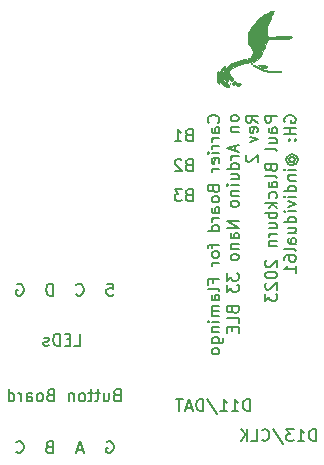
<source format=gbo>
G04 #@! TF.GenerationSoftware,KiCad,Pcbnew,7.0.2*
G04 #@! TF.CreationDate,2023-04-27T12:09:37-07:00*
G04 #@! TF.ProjectId,Flamingo Nano 33 BLE Rev 2,466c616d-696e-4676-9f20-4e616e6f2033,rev?*
G04 #@! TF.SameCoordinates,Original*
G04 #@! TF.FileFunction,Legend,Bot*
G04 #@! TF.FilePolarity,Positive*
%FSLAX46Y46*%
G04 Gerber Fmt 4.6, Leading zero omitted, Abs format (unit mm)*
G04 Created by KiCad (PCBNEW 7.0.2) date 2023-04-27 12:09:37*
%MOMM*%
%LPD*%
G01*
G04 APERTURE LIST*
%ADD10C,0.153000*%
%ADD11C,0.010000*%
%ADD12R,2.100000X2.100000*%
%ADD13C,2.100000*%
%ADD14C,1.727200*%
%ADD15R,1.727200X1.727200*%
G04 APERTURE END LIST*
D10*
X86534714Y-85094619D02*
X87010904Y-85094619D01*
X87010904Y-85094619D02*
X87010904Y-84094619D01*
X86201380Y-84570809D02*
X85868047Y-84570809D01*
X85725190Y-85094619D02*
X86201380Y-85094619D01*
X86201380Y-85094619D02*
X86201380Y-84094619D01*
X86201380Y-84094619D02*
X85725190Y-84094619D01*
X85296618Y-85094619D02*
X85296618Y-84094619D01*
X85296618Y-84094619D02*
X85058523Y-84094619D01*
X85058523Y-84094619D02*
X84915666Y-84142238D01*
X84915666Y-84142238D02*
X84820428Y-84237476D01*
X84820428Y-84237476D02*
X84772809Y-84332714D01*
X84772809Y-84332714D02*
X84725190Y-84523190D01*
X84725190Y-84523190D02*
X84725190Y-84666047D01*
X84725190Y-84666047D02*
X84772809Y-84856523D01*
X84772809Y-84856523D02*
X84820428Y-84951761D01*
X84820428Y-84951761D02*
X84915666Y-85047000D01*
X84915666Y-85047000D02*
X85058523Y-85094619D01*
X85058523Y-85094619D02*
X85296618Y-85094619D01*
X84344237Y-85047000D02*
X84248999Y-85094619D01*
X84248999Y-85094619D02*
X84058523Y-85094619D01*
X84058523Y-85094619D02*
X83963285Y-85047000D01*
X83963285Y-85047000D02*
X83915666Y-84951761D01*
X83915666Y-84951761D02*
X83915666Y-84904142D01*
X83915666Y-84904142D02*
X83963285Y-84808904D01*
X83963285Y-84808904D02*
X84058523Y-84761285D01*
X84058523Y-84761285D02*
X84201380Y-84761285D01*
X84201380Y-84761285D02*
X84296618Y-84713666D01*
X84296618Y-84713666D02*
X84344237Y-84618428D01*
X84344237Y-84618428D02*
X84344237Y-84570809D01*
X84344237Y-84570809D02*
X84296618Y-84475571D01*
X84296618Y-84475571D02*
X84201380Y-84427952D01*
X84201380Y-84427952D02*
X84058523Y-84427952D01*
X84058523Y-84427952D02*
X83963285Y-84475571D01*
X90106571Y-89269809D02*
X89963714Y-89317428D01*
X89963714Y-89317428D02*
X89916095Y-89365047D01*
X89916095Y-89365047D02*
X89868476Y-89460285D01*
X89868476Y-89460285D02*
X89868476Y-89603142D01*
X89868476Y-89603142D02*
X89916095Y-89698380D01*
X89916095Y-89698380D02*
X89963714Y-89746000D01*
X89963714Y-89746000D02*
X90058952Y-89793619D01*
X90058952Y-89793619D02*
X90439904Y-89793619D01*
X90439904Y-89793619D02*
X90439904Y-88793619D01*
X90439904Y-88793619D02*
X90106571Y-88793619D01*
X90106571Y-88793619D02*
X90011333Y-88841238D01*
X90011333Y-88841238D02*
X89963714Y-88888857D01*
X89963714Y-88888857D02*
X89916095Y-88984095D01*
X89916095Y-88984095D02*
X89916095Y-89079333D01*
X89916095Y-89079333D02*
X89963714Y-89174571D01*
X89963714Y-89174571D02*
X90011333Y-89222190D01*
X90011333Y-89222190D02*
X90106571Y-89269809D01*
X90106571Y-89269809D02*
X90439904Y-89269809D01*
X89011333Y-89126952D02*
X89011333Y-89793619D01*
X89439904Y-89126952D02*
X89439904Y-89650761D01*
X89439904Y-89650761D02*
X89392285Y-89746000D01*
X89392285Y-89746000D02*
X89297047Y-89793619D01*
X89297047Y-89793619D02*
X89154190Y-89793619D01*
X89154190Y-89793619D02*
X89058952Y-89746000D01*
X89058952Y-89746000D02*
X89011333Y-89698380D01*
X88677999Y-89126952D02*
X88297047Y-89126952D01*
X88535142Y-88793619D02*
X88535142Y-89650761D01*
X88535142Y-89650761D02*
X88487523Y-89746000D01*
X88487523Y-89746000D02*
X88392285Y-89793619D01*
X88392285Y-89793619D02*
X88297047Y-89793619D01*
X88106570Y-89126952D02*
X87725618Y-89126952D01*
X87963713Y-88793619D02*
X87963713Y-89650761D01*
X87963713Y-89650761D02*
X87916094Y-89746000D01*
X87916094Y-89746000D02*
X87820856Y-89793619D01*
X87820856Y-89793619D02*
X87725618Y-89793619D01*
X87249427Y-89793619D02*
X87344665Y-89746000D01*
X87344665Y-89746000D02*
X87392284Y-89698380D01*
X87392284Y-89698380D02*
X87439903Y-89603142D01*
X87439903Y-89603142D02*
X87439903Y-89317428D01*
X87439903Y-89317428D02*
X87392284Y-89222190D01*
X87392284Y-89222190D02*
X87344665Y-89174571D01*
X87344665Y-89174571D02*
X87249427Y-89126952D01*
X87249427Y-89126952D02*
X87106570Y-89126952D01*
X87106570Y-89126952D02*
X87011332Y-89174571D01*
X87011332Y-89174571D02*
X86963713Y-89222190D01*
X86963713Y-89222190D02*
X86916094Y-89317428D01*
X86916094Y-89317428D02*
X86916094Y-89603142D01*
X86916094Y-89603142D02*
X86963713Y-89698380D01*
X86963713Y-89698380D02*
X87011332Y-89746000D01*
X87011332Y-89746000D02*
X87106570Y-89793619D01*
X87106570Y-89793619D02*
X87249427Y-89793619D01*
X86487522Y-89126952D02*
X86487522Y-89793619D01*
X86487522Y-89222190D02*
X86439903Y-89174571D01*
X86439903Y-89174571D02*
X86344665Y-89126952D01*
X86344665Y-89126952D02*
X86201808Y-89126952D01*
X86201808Y-89126952D02*
X86106570Y-89174571D01*
X86106570Y-89174571D02*
X86058951Y-89269809D01*
X86058951Y-89269809D02*
X86058951Y-89793619D01*
X84487522Y-89269809D02*
X84344665Y-89317428D01*
X84344665Y-89317428D02*
X84297046Y-89365047D01*
X84297046Y-89365047D02*
X84249427Y-89460285D01*
X84249427Y-89460285D02*
X84249427Y-89603142D01*
X84249427Y-89603142D02*
X84297046Y-89698380D01*
X84297046Y-89698380D02*
X84344665Y-89746000D01*
X84344665Y-89746000D02*
X84439903Y-89793619D01*
X84439903Y-89793619D02*
X84820855Y-89793619D01*
X84820855Y-89793619D02*
X84820855Y-88793619D01*
X84820855Y-88793619D02*
X84487522Y-88793619D01*
X84487522Y-88793619D02*
X84392284Y-88841238D01*
X84392284Y-88841238D02*
X84344665Y-88888857D01*
X84344665Y-88888857D02*
X84297046Y-88984095D01*
X84297046Y-88984095D02*
X84297046Y-89079333D01*
X84297046Y-89079333D02*
X84344665Y-89174571D01*
X84344665Y-89174571D02*
X84392284Y-89222190D01*
X84392284Y-89222190D02*
X84487522Y-89269809D01*
X84487522Y-89269809D02*
X84820855Y-89269809D01*
X83677998Y-89793619D02*
X83773236Y-89746000D01*
X83773236Y-89746000D02*
X83820855Y-89698380D01*
X83820855Y-89698380D02*
X83868474Y-89603142D01*
X83868474Y-89603142D02*
X83868474Y-89317428D01*
X83868474Y-89317428D02*
X83820855Y-89222190D01*
X83820855Y-89222190D02*
X83773236Y-89174571D01*
X83773236Y-89174571D02*
X83677998Y-89126952D01*
X83677998Y-89126952D02*
X83535141Y-89126952D01*
X83535141Y-89126952D02*
X83439903Y-89174571D01*
X83439903Y-89174571D02*
X83392284Y-89222190D01*
X83392284Y-89222190D02*
X83344665Y-89317428D01*
X83344665Y-89317428D02*
X83344665Y-89603142D01*
X83344665Y-89603142D02*
X83392284Y-89698380D01*
X83392284Y-89698380D02*
X83439903Y-89746000D01*
X83439903Y-89746000D02*
X83535141Y-89793619D01*
X83535141Y-89793619D02*
X83677998Y-89793619D01*
X82487522Y-89793619D02*
X82487522Y-89269809D01*
X82487522Y-89269809D02*
X82535141Y-89174571D01*
X82535141Y-89174571D02*
X82630379Y-89126952D01*
X82630379Y-89126952D02*
X82820855Y-89126952D01*
X82820855Y-89126952D02*
X82916093Y-89174571D01*
X82487522Y-89746000D02*
X82582760Y-89793619D01*
X82582760Y-89793619D02*
X82820855Y-89793619D01*
X82820855Y-89793619D02*
X82916093Y-89746000D01*
X82916093Y-89746000D02*
X82963712Y-89650761D01*
X82963712Y-89650761D02*
X82963712Y-89555523D01*
X82963712Y-89555523D02*
X82916093Y-89460285D01*
X82916093Y-89460285D02*
X82820855Y-89412666D01*
X82820855Y-89412666D02*
X82582760Y-89412666D01*
X82582760Y-89412666D02*
X82487522Y-89365047D01*
X82011331Y-89793619D02*
X82011331Y-89126952D01*
X82011331Y-89317428D02*
X81963712Y-89222190D01*
X81963712Y-89222190D02*
X81916093Y-89174571D01*
X81916093Y-89174571D02*
X81820855Y-89126952D01*
X81820855Y-89126952D02*
X81725617Y-89126952D01*
X80963712Y-89793619D02*
X80963712Y-88793619D01*
X80963712Y-89746000D02*
X81058950Y-89793619D01*
X81058950Y-89793619D02*
X81249426Y-89793619D01*
X81249426Y-89793619D02*
X81344664Y-89746000D01*
X81344664Y-89746000D02*
X81392283Y-89698380D01*
X81392283Y-89698380D02*
X81439902Y-89603142D01*
X81439902Y-89603142D02*
X81439902Y-89317428D01*
X81439902Y-89317428D02*
X81392283Y-89222190D01*
X81392283Y-89222190D02*
X81344664Y-89174571D01*
X81344664Y-89174571D02*
X81249426Y-89126952D01*
X81249426Y-89126952D02*
X81058950Y-89126952D01*
X81058950Y-89126952D02*
X80963712Y-89174571D01*
X84383571Y-93664809D02*
X84240714Y-93712428D01*
X84240714Y-93712428D02*
X84193095Y-93760047D01*
X84193095Y-93760047D02*
X84145476Y-93855285D01*
X84145476Y-93855285D02*
X84145476Y-93998142D01*
X84145476Y-93998142D02*
X84193095Y-94093380D01*
X84193095Y-94093380D02*
X84240714Y-94141000D01*
X84240714Y-94141000D02*
X84335952Y-94188619D01*
X84335952Y-94188619D02*
X84716904Y-94188619D01*
X84716904Y-94188619D02*
X84716904Y-93188619D01*
X84716904Y-93188619D02*
X84383571Y-93188619D01*
X84383571Y-93188619D02*
X84288333Y-93236238D01*
X84288333Y-93236238D02*
X84240714Y-93283857D01*
X84240714Y-93283857D02*
X84193095Y-93379095D01*
X84193095Y-93379095D02*
X84193095Y-93474333D01*
X84193095Y-93474333D02*
X84240714Y-93569571D01*
X84240714Y-93569571D02*
X84288333Y-93617190D01*
X84288333Y-93617190D02*
X84383571Y-93664809D01*
X84383571Y-93664809D02*
X84716904Y-93664809D01*
X87233094Y-93902904D02*
X86756904Y-93902904D01*
X87328332Y-94188619D02*
X86994999Y-93188619D01*
X86994999Y-93188619D02*
X86661666Y-94188619D01*
X89273095Y-93236238D02*
X89368333Y-93188619D01*
X89368333Y-93188619D02*
X89511190Y-93188619D01*
X89511190Y-93188619D02*
X89654047Y-93236238D01*
X89654047Y-93236238D02*
X89749285Y-93331476D01*
X89749285Y-93331476D02*
X89796904Y-93426714D01*
X89796904Y-93426714D02*
X89844523Y-93617190D01*
X89844523Y-93617190D02*
X89844523Y-93760047D01*
X89844523Y-93760047D02*
X89796904Y-93950523D01*
X89796904Y-93950523D02*
X89749285Y-94045761D01*
X89749285Y-94045761D02*
X89654047Y-94141000D01*
X89654047Y-94141000D02*
X89511190Y-94188619D01*
X89511190Y-94188619D02*
X89415952Y-94188619D01*
X89415952Y-94188619D02*
X89273095Y-94141000D01*
X89273095Y-94141000D02*
X89225476Y-94093380D01*
X89225476Y-94093380D02*
X89225476Y-93760047D01*
X89225476Y-93760047D02*
X89415952Y-93760047D01*
X81605476Y-94093380D02*
X81653095Y-94141000D01*
X81653095Y-94141000D02*
X81795952Y-94188619D01*
X81795952Y-94188619D02*
X81891190Y-94188619D01*
X81891190Y-94188619D02*
X82034047Y-94141000D01*
X82034047Y-94141000D02*
X82129285Y-94045761D01*
X82129285Y-94045761D02*
X82176904Y-93950523D01*
X82176904Y-93950523D02*
X82224523Y-93760047D01*
X82224523Y-93760047D02*
X82224523Y-93617190D01*
X82224523Y-93617190D02*
X82176904Y-93426714D01*
X82176904Y-93426714D02*
X82129285Y-93331476D01*
X82129285Y-93331476D02*
X82034047Y-93236238D01*
X82034047Y-93236238D02*
X81891190Y-93188619D01*
X81891190Y-93188619D02*
X81795952Y-93188619D01*
X81795952Y-93188619D02*
X81653095Y-93236238D01*
X81653095Y-93236238D02*
X81605476Y-93283857D01*
X84716904Y-80853619D02*
X84716904Y-79853619D01*
X84716904Y-79853619D02*
X84478809Y-79853619D01*
X84478809Y-79853619D02*
X84335952Y-79901238D01*
X84335952Y-79901238D02*
X84240714Y-79996476D01*
X84240714Y-79996476D02*
X84193095Y-80091714D01*
X84193095Y-80091714D02*
X84145476Y-80282190D01*
X84145476Y-80282190D02*
X84145476Y-80425047D01*
X84145476Y-80425047D02*
X84193095Y-80615523D01*
X84193095Y-80615523D02*
X84240714Y-80710761D01*
X84240714Y-80710761D02*
X84335952Y-80806000D01*
X84335952Y-80806000D02*
X84478809Y-80853619D01*
X84478809Y-80853619D02*
X84716904Y-80853619D01*
X81653095Y-79901238D02*
X81748333Y-79853619D01*
X81748333Y-79853619D02*
X81891190Y-79853619D01*
X81891190Y-79853619D02*
X82034047Y-79901238D01*
X82034047Y-79901238D02*
X82129285Y-79996476D01*
X82129285Y-79996476D02*
X82176904Y-80091714D01*
X82176904Y-80091714D02*
X82224523Y-80282190D01*
X82224523Y-80282190D02*
X82224523Y-80425047D01*
X82224523Y-80425047D02*
X82176904Y-80615523D01*
X82176904Y-80615523D02*
X82129285Y-80710761D01*
X82129285Y-80710761D02*
X82034047Y-80806000D01*
X82034047Y-80806000D02*
X81891190Y-80853619D01*
X81891190Y-80853619D02*
X81795952Y-80853619D01*
X81795952Y-80853619D02*
X81653095Y-80806000D01*
X81653095Y-80806000D02*
X81605476Y-80758380D01*
X81605476Y-80758380D02*
X81605476Y-80425047D01*
X81605476Y-80425047D02*
X81795952Y-80425047D01*
X86685476Y-80758380D02*
X86733095Y-80806000D01*
X86733095Y-80806000D02*
X86875952Y-80853619D01*
X86875952Y-80853619D02*
X86971190Y-80853619D01*
X86971190Y-80853619D02*
X87114047Y-80806000D01*
X87114047Y-80806000D02*
X87209285Y-80710761D01*
X87209285Y-80710761D02*
X87256904Y-80615523D01*
X87256904Y-80615523D02*
X87304523Y-80425047D01*
X87304523Y-80425047D02*
X87304523Y-80282190D01*
X87304523Y-80282190D02*
X87256904Y-80091714D01*
X87256904Y-80091714D02*
X87209285Y-79996476D01*
X87209285Y-79996476D02*
X87114047Y-79901238D01*
X87114047Y-79901238D02*
X86971190Y-79853619D01*
X86971190Y-79853619D02*
X86875952Y-79853619D01*
X86875952Y-79853619D02*
X86733095Y-79901238D01*
X86733095Y-79901238D02*
X86685476Y-79948857D01*
X89296904Y-79853619D02*
X89773094Y-79853619D01*
X89773094Y-79853619D02*
X89820713Y-80329809D01*
X89820713Y-80329809D02*
X89773094Y-80282190D01*
X89773094Y-80282190D02*
X89677856Y-80234571D01*
X89677856Y-80234571D02*
X89439761Y-80234571D01*
X89439761Y-80234571D02*
X89344523Y-80282190D01*
X89344523Y-80282190D02*
X89296904Y-80329809D01*
X89296904Y-80329809D02*
X89249285Y-80425047D01*
X89249285Y-80425047D02*
X89249285Y-80663142D01*
X89249285Y-80663142D02*
X89296904Y-80758380D01*
X89296904Y-80758380D02*
X89344523Y-80806000D01*
X89344523Y-80806000D02*
X89439761Y-80853619D01*
X89439761Y-80853619D02*
X89677856Y-80853619D01*
X89677856Y-80853619D02*
X89773094Y-80806000D01*
X89773094Y-80806000D02*
X89820713Y-80758380D01*
X96202571Y-72328809D02*
X96059714Y-72376428D01*
X96059714Y-72376428D02*
X96012095Y-72424047D01*
X96012095Y-72424047D02*
X95964476Y-72519285D01*
X95964476Y-72519285D02*
X95964476Y-72662142D01*
X95964476Y-72662142D02*
X96012095Y-72757380D01*
X96012095Y-72757380D02*
X96059714Y-72805000D01*
X96059714Y-72805000D02*
X96154952Y-72852619D01*
X96154952Y-72852619D02*
X96535904Y-72852619D01*
X96535904Y-72852619D02*
X96535904Y-71852619D01*
X96535904Y-71852619D02*
X96202571Y-71852619D01*
X96202571Y-71852619D02*
X96107333Y-71900238D01*
X96107333Y-71900238D02*
X96059714Y-71947857D01*
X96059714Y-71947857D02*
X96012095Y-72043095D01*
X96012095Y-72043095D02*
X96012095Y-72138333D01*
X96012095Y-72138333D02*
X96059714Y-72233571D01*
X96059714Y-72233571D02*
X96107333Y-72281190D01*
X96107333Y-72281190D02*
X96202571Y-72328809D01*
X96202571Y-72328809D02*
X96535904Y-72328809D01*
X95631142Y-71852619D02*
X95012095Y-71852619D01*
X95012095Y-71852619D02*
X95345428Y-72233571D01*
X95345428Y-72233571D02*
X95202571Y-72233571D01*
X95202571Y-72233571D02*
X95107333Y-72281190D01*
X95107333Y-72281190D02*
X95059714Y-72328809D01*
X95059714Y-72328809D02*
X95012095Y-72424047D01*
X95012095Y-72424047D02*
X95012095Y-72662142D01*
X95012095Y-72662142D02*
X95059714Y-72757380D01*
X95059714Y-72757380D02*
X95107333Y-72805000D01*
X95107333Y-72805000D02*
X95202571Y-72852619D01*
X95202571Y-72852619D02*
X95488285Y-72852619D01*
X95488285Y-72852619D02*
X95583523Y-72805000D01*
X95583523Y-72805000D02*
X95631142Y-72757380D01*
X96202571Y-69788809D02*
X96059714Y-69836428D01*
X96059714Y-69836428D02*
X96012095Y-69884047D01*
X96012095Y-69884047D02*
X95964476Y-69979285D01*
X95964476Y-69979285D02*
X95964476Y-70122142D01*
X95964476Y-70122142D02*
X96012095Y-70217380D01*
X96012095Y-70217380D02*
X96059714Y-70265000D01*
X96059714Y-70265000D02*
X96154952Y-70312619D01*
X96154952Y-70312619D02*
X96535904Y-70312619D01*
X96535904Y-70312619D02*
X96535904Y-69312619D01*
X96535904Y-69312619D02*
X96202571Y-69312619D01*
X96202571Y-69312619D02*
X96107333Y-69360238D01*
X96107333Y-69360238D02*
X96059714Y-69407857D01*
X96059714Y-69407857D02*
X96012095Y-69503095D01*
X96012095Y-69503095D02*
X96012095Y-69598333D01*
X96012095Y-69598333D02*
X96059714Y-69693571D01*
X96059714Y-69693571D02*
X96107333Y-69741190D01*
X96107333Y-69741190D02*
X96202571Y-69788809D01*
X96202571Y-69788809D02*
X96535904Y-69788809D01*
X95583523Y-69407857D02*
X95535904Y-69360238D01*
X95535904Y-69360238D02*
X95440666Y-69312619D01*
X95440666Y-69312619D02*
X95202571Y-69312619D01*
X95202571Y-69312619D02*
X95107333Y-69360238D01*
X95107333Y-69360238D02*
X95059714Y-69407857D01*
X95059714Y-69407857D02*
X95012095Y-69503095D01*
X95012095Y-69503095D02*
X95012095Y-69598333D01*
X95012095Y-69598333D02*
X95059714Y-69741190D01*
X95059714Y-69741190D02*
X95631142Y-70312619D01*
X95631142Y-70312619D02*
X95012095Y-70312619D01*
X96202571Y-67248809D02*
X96059714Y-67296428D01*
X96059714Y-67296428D02*
X96012095Y-67344047D01*
X96012095Y-67344047D02*
X95964476Y-67439285D01*
X95964476Y-67439285D02*
X95964476Y-67582142D01*
X95964476Y-67582142D02*
X96012095Y-67677380D01*
X96012095Y-67677380D02*
X96059714Y-67725000D01*
X96059714Y-67725000D02*
X96154952Y-67772619D01*
X96154952Y-67772619D02*
X96535904Y-67772619D01*
X96535904Y-67772619D02*
X96535904Y-66772619D01*
X96535904Y-66772619D02*
X96202571Y-66772619D01*
X96202571Y-66772619D02*
X96107333Y-66820238D01*
X96107333Y-66820238D02*
X96059714Y-66867857D01*
X96059714Y-66867857D02*
X96012095Y-66963095D01*
X96012095Y-66963095D02*
X96012095Y-67058333D01*
X96012095Y-67058333D02*
X96059714Y-67153571D01*
X96059714Y-67153571D02*
X96107333Y-67201190D01*
X96107333Y-67201190D02*
X96202571Y-67248809D01*
X96202571Y-67248809D02*
X96535904Y-67248809D01*
X95012095Y-67772619D02*
X95583523Y-67772619D01*
X95297809Y-67772619D02*
X95297809Y-66772619D01*
X95297809Y-66772619D02*
X95393047Y-66915476D01*
X95393047Y-66915476D02*
X95488285Y-67010714D01*
X95488285Y-67010714D02*
X95583523Y-67058333D01*
X101361904Y-90632619D02*
X101361904Y-89632619D01*
X101361904Y-89632619D02*
X101123809Y-89632619D01*
X101123809Y-89632619D02*
X100980952Y-89680238D01*
X100980952Y-89680238D02*
X100885714Y-89775476D01*
X100885714Y-89775476D02*
X100838095Y-89870714D01*
X100838095Y-89870714D02*
X100790476Y-90061190D01*
X100790476Y-90061190D02*
X100790476Y-90204047D01*
X100790476Y-90204047D02*
X100838095Y-90394523D01*
X100838095Y-90394523D02*
X100885714Y-90489761D01*
X100885714Y-90489761D02*
X100980952Y-90585000D01*
X100980952Y-90585000D02*
X101123809Y-90632619D01*
X101123809Y-90632619D02*
X101361904Y-90632619D01*
X99838095Y-90632619D02*
X100409523Y-90632619D01*
X100123809Y-90632619D02*
X100123809Y-89632619D01*
X100123809Y-89632619D02*
X100219047Y-89775476D01*
X100219047Y-89775476D02*
X100314285Y-89870714D01*
X100314285Y-89870714D02*
X100409523Y-89918333D01*
X98885714Y-90632619D02*
X99457142Y-90632619D01*
X99171428Y-90632619D02*
X99171428Y-89632619D01*
X99171428Y-89632619D02*
X99266666Y-89775476D01*
X99266666Y-89775476D02*
X99361904Y-89870714D01*
X99361904Y-89870714D02*
X99457142Y-89918333D01*
X97742857Y-89585000D02*
X98599999Y-90870714D01*
X97409523Y-90632619D02*
X97409523Y-89632619D01*
X97409523Y-89632619D02*
X97171428Y-89632619D01*
X97171428Y-89632619D02*
X97028571Y-89680238D01*
X97028571Y-89680238D02*
X96933333Y-89775476D01*
X96933333Y-89775476D02*
X96885714Y-89870714D01*
X96885714Y-89870714D02*
X96838095Y-90061190D01*
X96838095Y-90061190D02*
X96838095Y-90204047D01*
X96838095Y-90204047D02*
X96885714Y-90394523D01*
X96885714Y-90394523D02*
X96933333Y-90489761D01*
X96933333Y-90489761D02*
X97028571Y-90585000D01*
X97028571Y-90585000D02*
X97171428Y-90632619D01*
X97171428Y-90632619D02*
X97409523Y-90632619D01*
X96457142Y-90346904D02*
X95980952Y-90346904D01*
X96552380Y-90632619D02*
X96219047Y-89632619D01*
X96219047Y-89632619D02*
X95885714Y-90632619D01*
X95695237Y-89632619D02*
X95123809Y-89632619D01*
X95409523Y-90632619D02*
X95409523Y-89632619D01*
X106949904Y-93172619D02*
X106949904Y-92172619D01*
X106949904Y-92172619D02*
X106711809Y-92172619D01*
X106711809Y-92172619D02*
X106568952Y-92220238D01*
X106568952Y-92220238D02*
X106473714Y-92315476D01*
X106473714Y-92315476D02*
X106426095Y-92410714D01*
X106426095Y-92410714D02*
X106378476Y-92601190D01*
X106378476Y-92601190D02*
X106378476Y-92744047D01*
X106378476Y-92744047D02*
X106426095Y-92934523D01*
X106426095Y-92934523D02*
X106473714Y-93029761D01*
X106473714Y-93029761D02*
X106568952Y-93125000D01*
X106568952Y-93125000D02*
X106711809Y-93172619D01*
X106711809Y-93172619D02*
X106949904Y-93172619D01*
X105426095Y-93172619D02*
X105997523Y-93172619D01*
X105711809Y-93172619D02*
X105711809Y-92172619D01*
X105711809Y-92172619D02*
X105807047Y-92315476D01*
X105807047Y-92315476D02*
X105902285Y-92410714D01*
X105902285Y-92410714D02*
X105997523Y-92458333D01*
X105092761Y-92172619D02*
X104473714Y-92172619D01*
X104473714Y-92172619D02*
X104807047Y-92553571D01*
X104807047Y-92553571D02*
X104664190Y-92553571D01*
X104664190Y-92553571D02*
X104568952Y-92601190D01*
X104568952Y-92601190D02*
X104521333Y-92648809D01*
X104521333Y-92648809D02*
X104473714Y-92744047D01*
X104473714Y-92744047D02*
X104473714Y-92982142D01*
X104473714Y-92982142D02*
X104521333Y-93077380D01*
X104521333Y-93077380D02*
X104568952Y-93125000D01*
X104568952Y-93125000D02*
X104664190Y-93172619D01*
X104664190Y-93172619D02*
X104949904Y-93172619D01*
X104949904Y-93172619D02*
X105045142Y-93125000D01*
X105045142Y-93125000D02*
X105092761Y-93077380D01*
X103330857Y-92125000D02*
X104187999Y-93410714D01*
X102426095Y-93077380D02*
X102473714Y-93125000D01*
X102473714Y-93125000D02*
X102616571Y-93172619D01*
X102616571Y-93172619D02*
X102711809Y-93172619D01*
X102711809Y-93172619D02*
X102854666Y-93125000D01*
X102854666Y-93125000D02*
X102949904Y-93029761D01*
X102949904Y-93029761D02*
X102997523Y-92934523D01*
X102997523Y-92934523D02*
X103045142Y-92744047D01*
X103045142Y-92744047D02*
X103045142Y-92601190D01*
X103045142Y-92601190D02*
X102997523Y-92410714D01*
X102997523Y-92410714D02*
X102949904Y-92315476D01*
X102949904Y-92315476D02*
X102854666Y-92220238D01*
X102854666Y-92220238D02*
X102711809Y-92172619D01*
X102711809Y-92172619D02*
X102616571Y-92172619D01*
X102616571Y-92172619D02*
X102473714Y-92220238D01*
X102473714Y-92220238D02*
X102426095Y-92267857D01*
X101521333Y-93172619D02*
X101997523Y-93172619D01*
X101997523Y-93172619D02*
X101997523Y-92172619D01*
X101187999Y-93172619D02*
X101187999Y-92172619D01*
X100616571Y-93172619D02*
X101045142Y-92601190D01*
X100616571Y-92172619D02*
X101187999Y-92744047D01*
X98712380Y-66214523D02*
X98760000Y-66166904D01*
X98760000Y-66166904D02*
X98807619Y-66024047D01*
X98807619Y-66024047D02*
X98807619Y-65928809D01*
X98807619Y-65928809D02*
X98760000Y-65785952D01*
X98760000Y-65785952D02*
X98664761Y-65690714D01*
X98664761Y-65690714D02*
X98569523Y-65643095D01*
X98569523Y-65643095D02*
X98379047Y-65595476D01*
X98379047Y-65595476D02*
X98236190Y-65595476D01*
X98236190Y-65595476D02*
X98045714Y-65643095D01*
X98045714Y-65643095D02*
X97950476Y-65690714D01*
X97950476Y-65690714D02*
X97855238Y-65785952D01*
X97855238Y-65785952D02*
X97807619Y-65928809D01*
X97807619Y-65928809D02*
X97807619Y-66024047D01*
X97807619Y-66024047D02*
X97855238Y-66166904D01*
X97855238Y-66166904D02*
X97902857Y-66214523D01*
X98807619Y-67071666D02*
X98283809Y-67071666D01*
X98283809Y-67071666D02*
X98188571Y-67024047D01*
X98188571Y-67024047D02*
X98140952Y-66928809D01*
X98140952Y-66928809D02*
X98140952Y-66738333D01*
X98140952Y-66738333D02*
X98188571Y-66643095D01*
X98760000Y-67071666D02*
X98807619Y-66976428D01*
X98807619Y-66976428D02*
X98807619Y-66738333D01*
X98807619Y-66738333D02*
X98760000Y-66643095D01*
X98760000Y-66643095D02*
X98664761Y-66595476D01*
X98664761Y-66595476D02*
X98569523Y-66595476D01*
X98569523Y-66595476D02*
X98474285Y-66643095D01*
X98474285Y-66643095D02*
X98426666Y-66738333D01*
X98426666Y-66738333D02*
X98426666Y-66976428D01*
X98426666Y-66976428D02*
X98379047Y-67071666D01*
X98807619Y-67547857D02*
X98140952Y-67547857D01*
X98331428Y-67547857D02*
X98236190Y-67595476D01*
X98236190Y-67595476D02*
X98188571Y-67643095D01*
X98188571Y-67643095D02*
X98140952Y-67738333D01*
X98140952Y-67738333D02*
X98140952Y-67833571D01*
X98807619Y-68166905D02*
X98140952Y-68166905D01*
X98331428Y-68166905D02*
X98236190Y-68214524D01*
X98236190Y-68214524D02*
X98188571Y-68262143D01*
X98188571Y-68262143D02*
X98140952Y-68357381D01*
X98140952Y-68357381D02*
X98140952Y-68452619D01*
X98807619Y-68785953D02*
X98140952Y-68785953D01*
X97807619Y-68785953D02*
X97855238Y-68738334D01*
X97855238Y-68738334D02*
X97902857Y-68785953D01*
X97902857Y-68785953D02*
X97855238Y-68833572D01*
X97855238Y-68833572D02*
X97807619Y-68785953D01*
X97807619Y-68785953D02*
X97902857Y-68785953D01*
X98760000Y-69643095D02*
X98807619Y-69547857D01*
X98807619Y-69547857D02*
X98807619Y-69357381D01*
X98807619Y-69357381D02*
X98760000Y-69262143D01*
X98760000Y-69262143D02*
X98664761Y-69214524D01*
X98664761Y-69214524D02*
X98283809Y-69214524D01*
X98283809Y-69214524D02*
X98188571Y-69262143D01*
X98188571Y-69262143D02*
X98140952Y-69357381D01*
X98140952Y-69357381D02*
X98140952Y-69547857D01*
X98140952Y-69547857D02*
X98188571Y-69643095D01*
X98188571Y-69643095D02*
X98283809Y-69690714D01*
X98283809Y-69690714D02*
X98379047Y-69690714D01*
X98379047Y-69690714D02*
X98474285Y-69214524D01*
X98807619Y-70119286D02*
X98140952Y-70119286D01*
X98331428Y-70119286D02*
X98236190Y-70166905D01*
X98236190Y-70166905D02*
X98188571Y-70214524D01*
X98188571Y-70214524D02*
X98140952Y-70309762D01*
X98140952Y-70309762D02*
X98140952Y-70405000D01*
X98283809Y-71833572D02*
X98331428Y-71976429D01*
X98331428Y-71976429D02*
X98379047Y-72024048D01*
X98379047Y-72024048D02*
X98474285Y-72071667D01*
X98474285Y-72071667D02*
X98617142Y-72071667D01*
X98617142Y-72071667D02*
X98712380Y-72024048D01*
X98712380Y-72024048D02*
X98760000Y-71976429D01*
X98760000Y-71976429D02*
X98807619Y-71881191D01*
X98807619Y-71881191D02*
X98807619Y-71500239D01*
X98807619Y-71500239D02*
X97807619Y-71500239D01*
X97807619Y-71500239D02*
X97807619Y-71833572D01*
X97807619Y-71833572D02*
X97855238Y-71928810D01*
X97855238Y-71928810D02*
X97902857Y-71976429D01*
X97902857Y-71976429D02*
X97998095Y-72024048D01*
X97998095Y-72024048D02*
X98093333Y-72024048D01*
X98093333Y-72024048D02*
X98188571Y-71976429D01*
X98188571Y-71976429D02*
X98236190Y-71928810D01*
X98236190Y-71928810D02*
X98283809Y-71833572D01*
X98283809Y-71833572D02*
X98283809Y-71500239D01*
X98807619Y-72643096D02*
X98760000Y-72547858D01*
X98760000Y-72547858D02*
X98712380Y-72500239D01*
X98712380Y-72500239D02*
X98617142Y-72452620D01*
X98617142Y-72452620D02*
X98331428Y-72452620D01*
X98331428Y-72452620D02*
X98236190Y-72500239D01*
X98236190Y-72500239D02*
X98188571Y-72547858D01*
X98188571Y-72547858D02*
X98140952Y-72643096D01*
X98140952Y-72643096D02*
X98140952Y-72785953D01*
X98140952Y-72785953D02*
X98188571Y-72881191D01*
X98188571Y-72881191D02*
X98236190Y-72928810D01*
X98236190Y-72928810D02*
X98331428Y-72976429D01*
X98331428Y-72976429D02*
X98617142Y-72976429D01*
X98617142Y-72976429D02*
X98712380Y-72928810D01*
X98712380Y-72928810D02*
X98760000Y-72881191D01*
X98760000Y-72881191D02*
X98807619Y-72785953D01*
X98807619Y-72785953D02*
X98807619Y-72643096D01*
X98807619Y-73833572D02*
X98283809Y-73833572D01*
X98283809Y-73833572D02*
X98188571Y-73785953D01*
X98188571Y-73785953D02*
X98140952Y-73690715D01*
X98140952Y-73690715D02*
X98140952Y-73500239D01*
X98140952Y-73500239D02*
X98188571Y-73405001D01*
X98760000Y-73833572D02*
X98807619Y-73738334D01*
X98807619Y-73738334D02*
X98807619Y-73500239D01*
X98807619Y-73500239D02*
X98760000Y-73405001D01*
X98760000Y-73405001D02*
X98664761Y-73357382D01*
X98664761Y-73357382D02*
X98569523Y-73357382D01*
X98569523Y-73357382D02*
X98474285Y-73405001D01*
X98474285Y-73405001D02*
X98426666Y-73500239D01*
X98426666Y-73500239D02*
X98426666Y-73738334D01*
X98426666Y-73738334D02*
X98379047Y-73833572D01*
X98807619Y-74309763D02*
X98140952Y-74309763D01*
X98331428Y-74309763D02*
X98236190Y-74357382D01*
X98236190Y-74357382D02*
X98188571Y-74405001D01*
X98188571Y-74405001D02*
X98140952Y-74500239D01*
X98140952Y-74500239D02*
X98140952Y-74595477D01*
X98807619Y-75357382D02*
X97807619Y-75357382D01*
X98760000Y-75357382D02*
X98807619Y-75262144D01*
X98807619Y-75262144D02*
X98807619Y-75071668D01*
X98807619Y-75071668D02*
X98760000Y-74976430D01*
X98760000Y-74976430D02*
X98712380Y-74928811D01*
X98712380Y-74928811D02*
X98617142Y-74881192D01*
X98617142Y-74881192D02*
X98331428Y-74881192D01*
X98331428Y-74881192D02*
X98236190Y-74928811D01*
X98236190Y-74928811D02*
X98188571Y-74976430D01*
X98188571Y-74976430D02*
X98140952Y-75071668D01*
X98140952Y-75071668D02*
X98140952Y-75262144D01*
X98140952Y-75262144D02*
X98188571Y-75357382D01*
X98140952Y-76452621D02*
X98140952Y-76833573D01*
X98807619Y-76595478D02*
X97950476Y-76595478D01*
X97950476Y-76595478D02*
X97855238Y-76643097D01*
X97855238Y-76643097D02*
X97807619Y-76738335D01*
X97807619Y-76738335D02*
X97807619Y-76833573D01*
X98807619Y-77309764D02*
X98760000Y-77214526D01*
X98760000Y-77214526D02*
X98712380Y-77166907D01*
X98712380Y-77166907D02*
X98617142Y-77119288D01*
X98617142Y-77119288D02*
X98331428Y-77119288D01*
X98331428Y-77119288D02*
X98236190Y-77166907D01*
X98236190Y-77166907D02*
X98188571Y-77214526D01*
X98188571Y-77214526D02*
X98140952Y-77309764D01*
X98140952Y-77309764D02*
X98140952Y-77452621D01*
X98140952Y-77452621D02*
X98188571Y-77547859D01*
X98188571Y-77547859D02*
X98236190Y-77595478D01*
X98236190Y-77595478D02*
X98331428Y-77643097D01*
X98331428Y-77643097D02*
X98617142Y-77643097D01*
X98617142Y-77643097D02*
X98712380Y-77595478D01*
X98712380Y-77595478D02*
X98760000Y-77547859D01*
X98760000Y-77547859D02*
X98807619Y-77452621D01*
X98807619Y-77452621D02*
X98807619Y-77309764D01*
X98807619Y-78071669D02*
X98140952Y-78071669D01*
X98331428Y-78071669D02*
X98236190Y-78119288D01*
X98236190Y-78119288D02*
X98188571Y-78166907D01*
X98188571Y-78166907D02*
X98140952Y-78262145D01*
X98140952Y-78262145D02*
X98140952Y-78357383D01*
X98283809Y-79785955D02*
X98283809Y-79452622D01*
X98807619Y-79452622D02*
X97807619Y-79452622D01*
X97807619Y-79452622D02*
X97807619Y-79928812D01*
X98807619Y-80452622D02*
X98760000Y-80357384D01*
X98760000Y-80357384D02*
X98664761Y-80309765D01*
X98664761Y-80309765D02*
X97807619Y-80309765D01*
X98807619Y-81262146D02*
X98283809Y-81262146D01*
X98283809Y-81262146D02*
X98188571Y-81214527D01*
X98188571Y-81214527D02*
X98140952Y-81119289D01*
X98140952Y-81119289D02*
X98140952Y-80928813D01*
X98140952Y-80928813D02*
X98188571Y-80833575D01*
X98760000Y-81262146D02*
X98807619Y-81166908D01*
X98807619Y-81166908D02*
X98807619Y-80928813D01*
X98807619Y-80928813D02*
X98760000Y-80833575D01*
X98760000Y-80833575D02*
X98664761Y-80785956D01*
X98664761Y-80785956D02*
X98569523Y-80785956D01*
X98569523Y-80785956D02*
X98474285Y-80833575D01*
X98474285Y-80833575D02*
X98426666Y-80928813D01*
X98426666Y-80928813D02*
X98426666Y-81166908D01*
X98426666Y-81166908D02*
X98379047Y-81262146D01*
X98807619Y-81738337D02*
X98140952Y-81738337D01*
X98236190Y-81738337D02*
X98188571Y-81785956D01*
X98188571Y-81785956D02*
X98140952Y-81881194D01*
X98140952Y-81881194D02*
X98140952Y-82024051D01*
X98140952Y-82024051D02*
X98188571Y-82119289D01*
X98188571Y-82119289D02*
X98283809Y-82166908D01*
X98283809Y-82166908D02*
X98807619Y-82166908D01*
X98283809Y-82166908D02*
X98188571Y-82214527D01*
X98188571Y-82214527D02*
X98140952Y-82309765D01*
X98140952Y-82309765D02*
X98140952Y-82452622D01*
X98140952Y-82452622D02*
X98188571Y-82547861D01*
X98188571Y-82547861D02*
X98283809Y-82595480D01*
X98283809Y-82595480D02*
X98807619Y-82595480D01*
X98807619Y-83071670D02*
X98140952Y-83071670D01*
X97807619Y-83071670D02*
X97855238Y-83024051D01*
X97855238Y-83024051D02*
X97902857Y-83071670D01*
X97902857Y-83071670D02*
X97855238Y-83119289D01*
X97855238Y-83119289D02*
X97807619Y-83071670D01*
X97807619Y-83071670D02*
X97902857Y-83071670D01*
X98140952Y-83547860D02*
X98807619Y-83547860D01*
X98236190Y-83547860D02*
X98188571Y-83595479D01*
X98188571Y-83595479D02*
X98140952Y-83690717D01*
X98140952Y-83690717D02*
X98140952Y-83833574D01*
X98140952Y-83833574D02*
X98188571Y-83928812D01*
X98188571Y-83928812D02*
X98283809Y-83976431D01*
X98283809Y-83976431D02*
X98807619Y-83976431D01*
X98140952Y-84881193D02*
X98950476Y-84881193D01*
X98950476Y-84881193D02*
X99045714Y-84833574D01*
X99045714Y-84833574D02*
X99093333Y-84785955D01*
X99093333Y-84785955D02*
X99140952Y-84690717D01*
X99140952Y-84690717D02*
X99140952Y-84547860D01*
X99140952Y-84547860D02*
X99093333Y-84452622D01*
X98760000Y-84881193D02*
X98807619Y-84785955D01*
X98807619Y-84785955D02*
X98807619Y-84595479D01*
X98807619Y-84595479D02*
X98760000Y-84500241D01*
X98760000Y-84500241D02*
X98712380Y-84452622D01*
X98712380Y-84452622D02*
X98617142Y-84405003D01*
X98617142Y-84405003D02*
X98331428Y-84405003D01*
X98331428Y-84405003D02*
X98236190Y-84452622D01*
X98236190Y-84452622D02*
X98188571Y-84500241D01*
X98188571Y-84500241D02*
X98140952Y-84595479D01*
X98140952Y-84595479D02*
X98140952Y-84785955D01*
X98140952Y-84785955D02*
X98188571Y-84881193D01*
X98807619Y-85500241D02*
X98760000Y-85405003D01*
X98760000Y-85405003D02*
X98712380Y-85357384D01*
X98712380Y-85357384D02*
X98617142Y-85309765D01*
X98617142Y-85309765D02*
X98331428Y-85309765D01*
X98331428Y-85309765D02*
X98236190Y-85357384D01*
X98236190Y-85357384D02*
X98188571Y-85405003D01*
X98188571Y-85405003D02*
X98140952Y-85500241D01*
X98140952Y-85500241D02*
X98140952Y-85643098D01*
X98140952Y-85643098D02*
X98188571Y-85738336D01*
X98188571Y-85738336D02*
X98236190Y-85785955D01*
X98236190Y-85785955D02*
X98331428Y-85833574D01*
X98331428Y-85833574D02*
X98617142Y-85833574D01*
X98617142Y-85833574D02*
X98712380Y-85785955D01*
X98712380Y-85785955D02*
X98760000Y-85738336D01*
X98760000Y-85738336D02*
X98807619Y-85643098D01*
X98807619Y-85643098D02*
X98807619Y-85500241D01*
X100427619Y-65785952D02*
X100380000Y-65690714D01*
X100380000Y-65690714D02*
X100332380Y-65643095D01*
X100332380Y-65643095D02*
X100237142Y-65595476D01*
X100237142Y-65595476D02*
X99951428Y-65595476D01*
X99951428Y-65595476D02*
X99856190Y-65643095D01*
X99856190Y-65643095D02*
X99808571Y-65690714D01*
X99808571Y-65690714D02*
X99760952Y-65785952D01*
X99760952Y-65785952D02*
X99760952Y-65928809D01*
X99760952Y-65928809D02*
X99808571Y-66024047D01*
X99808571Y-66024047D02*
X99856190Y-66071666D01*
X99856190Y-66071666D02*
X99951428Y-66119285D01*
X99951428Y-66119285D02*
X100237142Y-66119285D01*
X100237142Y-66119285D02*
X100332380Y-66071666D01*
X100332380Y-66071666D02*
X100380000Y-66024047D01*
X100380000Y-66024047D02*
X100427619Y-65928809D01*
X100427619Y-65928809D02*
X100427619Y-65785952D01*
X99760952Y-66547857D02*
X100427619Y-66547857D01*
X99856190Y-66547857D02*
X99808571Y-66595476D01*
X99808571Y-66595476D02*
X99760952Y-66690714D01*
X99760952Y-66690714D02*
X99760952Y-66833571D01*
X99760952Y-66833571D02*
X99808571Y-66928809D01*
X99808571Y-66928809D02*
X99903809Y-66976428D01*
X99903809Y-66976428D02*
X100427619Y-66976428D01*
X100141904Y-68166905D02*
X100141904Y-68643095D01*
X100427619Y-68071667D02*
X99427619Y-68405000D01*
X99427619Y-68405000D02*
X100427619Y-68738333D01*
X100427619Y-69071667D02*
X99760952Y-69071667D01*
X99951428Y-69071667D02*
X99856190Y-69119286D01*
X99856190Y-69119286D02*
X99808571Y-69166905D01*
X99808571Y-69166905D02*
X99760952Y-69262143D01*
X99760952Y-69262143D02*
X99760952Y-69357381D01*
X100427619Y-70119286D02*
X99427619Y-70119286D01*
X100380000Y-70119286D02*
X100427619Y-70024048D01*
X100427619Y-70024048D02*
X100427619Y-69833572D01*
X100427619Y-69833572D02*
X100380000Y-69738334D01*
X100380000Y-69738334D02*
X100332380Y-69690715D01*
X100332380Y-69690715D02*
X100237142Y-69643096D01*
X100237142Y-69643096D02*
X99951428Y-69643096D01*
X99951428Y-69643096D02*
X99856190Y-69690715D01*
X99856190Y-69690715D02*
X99808571Y-69738334D01*
X99808571Y-69738334D02*
X99760952Y-69833572D01*
X99760952Y-69833572D02*
X99760952Y-70024048D01*
X99760952Y-70024048D02*
X99808571Y-70119286D01*
X99760952Y-71024048D02*
X100427619Y-71024048D01*
X99760952Y-70595477D02*
X100284761Y-70595477D01*
X100284761Y-70595477D02*
X100380000Y-70643096D01*
X100380000Y-70643096D02*
X100427619Y-70738334D01*
X100427619Y-70738334D02*
X100427619Y-70881191D01*
X100427619Y-70881191D02*
X100380000Y-70976429D01*
X100380000Y-70976429D02*
X100332380Y-71024048D01*
X100427619Y-71500239D02*
X99760952Y-71500239D01*
X99427619Y-71500239D02*
X99475238Y-71452620D01*
X99475238Y-71452620D02*
X99522857Y-71500239D01*
X99522857Y-71500239D02*
X99475238Y-71547858D01*
X99475238Y-71547858D02*
X99427619Y-71500239D01*
X99427619Y-71500239D02*
X99522857Y-71500239D01*
X99760952Y-71976429D02*
X100427619Y-71976429D01*
X99856190Y-71976429D02*
X99808571Y-72024048D01*
X99808571Y-72024048D02*
X99760952Y-72119286D01*
X99760952Y-72119286D02*
X99760952Y-72262143D01*
X99760952Y-72262143D02*
X99808571Y-72357381D01*
X99808571Y-72357381D02*
X99903809Y-72405000D01*
X99903809Y-72405000D02*
X100427619Y-72405000D01*
X100427619Y-73024048D02*
X100380000Y-72928810D01*
X100380000Y-72928810D02*
X100332380Y-72881191D01*
X100332380Y-72881191D02*
X100237142Y-72833572D01*
X100237142Y-72833572D02*
X99951428Y-72833572D01*
X99951428Y-72833572D02*
X99856190Y-72881191D01*
X99856190Y-72881191D02*
X99808571Y-72928810D01*
X99808571Y-72928810D02*
X99760952Y-73024048D01*
X99760952Y-73024048D02*
X99760952Y-73166905D01*
X99760952Y-73166905D02*
X99808571Y-73262143D01*
X99808571Y-73262143D02*
X99856190Y-73309762D01*
X99856190Y-73309762D02*
X99951428Y-73357381D01*
X99951428Y-73357381D02*
X100237142Y-73357381D01*
X100237142Y-73357381D02*
X100332380Y-73309762D01*
X100332380Y-73309762D02*
X100380000Y-73262143D01*
X100380000Y-73262143D02*
X100427619Y-73166905D01*
X100427619Y-73166905D02*
X100427619Y-73024048D01*
X100427619Y-74547858D02*
X99427619Y-74547858D01*
X99427619Y-74547858D02*
X100427619Y-75119286D01*
X100427619Y-75119286D02*
X99427619Y-75119286D01*
X100427619Y-76024048D02*
X99903809Y-76024048D01*
X99903809Y-76024048D02*
X99808571Y-75976429D01*
X99808571Y-75976429D02*
X99760952Y-75881191D01*
X99760952Y-75881191D02*
X99760952Y-75690715D01*
X99760952Y-75690715D02*
X99808571Y-75595477D01*
X100380000Y-76024048D02*
X100427619Y-75928810D01*
X100427619Y-75928810D02*
X100427619Y-75690715D01*
X100427619Y-75690715D02*
X100380000Y-75595477D01*
X100380000Y-75595477D02*
X100284761Y-75547858D01*
X100284761Y-75547858D02*
X100189523Y-75547858D01*
X100189523Y-75547858D02*
X100094285Y-75595477D01*
X100094285Y-75595477D02*
X100046666Y-75690715D01*
X100046666Y-75690715D02*
X100046666Y-75928810D01*
X100046666Y-75928810D02*
X99999047Y-76024048D01*
X99760952Y-76500239D02*
X100427619Y-76500239D01*
X99856190Y-76500239D02*
X99808571Y-76547858D01*
X99808571Y-76547858D02*
X99760952Y-76643096D01*
X99760952Y-76643096D02*
X99760952Y-76785953D01*
X99760952Y-76785953D02*
X99808571Y-76881191D01*
X99808571Y-76881191D02*
X99903809Y-76928810D01*
X99903809Y-76928810D02*
X100427619Y-76928810D01*
X100427619Y-77547858D02*
X100380000Y-77452620D01*
X100380000Y-77452620D02*
X100332380Y-77405001D01*
X100332380Y-77405001D02*
X100237142Y-77357382D01*
X100237142Y-77357382D02*
X99951428Y-77357382D01*
X99951428Y-77357382D02*
X99856190Y-77405001D01*
X99856190Y-77405001D02*
X99808571Y-77452620D01*
X99808571Y-77452620D02*
X99760952Y-77547858D01*
X99760952Y-77547858D02*
X99760952Y-77690715D01*
X99760952Y-77690715D02*
X99808571Y-77785953D01*
X99808571Y-77785953D02*
X99856190Y-77833572D01*
X99856190Y-77833572D02*
X99951428Y-77881191D01*
X99951428Y-77881191D02*
X100237142Y-77881191D01*
X100237142Y-77881191D02*
X100332380Y-77833572D01*
X100332380Y-77833572D02*
X100380000Y-77785953D01*
X100380000Y-77785953D02*
X100427619Y-77690715D01*
X100427619Y-77690715D02*
X100427619Y-77547858D01*
X99427619Y-78976430D02*
X99427619Y-79595477D01*
X99427619Y-79595477D02*
X99808571Y-79262144D01*
X99808571Y-79262144D02*
X99808571Y-79405001D01*
X99808571Y-79405001D02*
X99856190Y-79500239D01*
X99856190Y-79500239D02*
X99903809Y-79547858D01*
X99903809Y-79547858D02*
X99999047Y-79595477D01*
X99999047Y-79595477D02*
X100237142Y-79595477D01*
X100237142Y-79595477D02*
X100332380Y-79547858D01*
X100332380Y-79547858D02*
X100380000Y-79500239D01*
X100380000Y-79500239D02*
X100427619Y-79405001D01*
X100427619Y-79405001D02*
X100427619Y-79119287D01*
X100427619Y-79119287D02*
X100380000Y-79024049D01*
X100380000Y-79024049D02*
X100332380Y-78976430D01*
X99427619Y-79928811D02*
X99427619Y-80547858D01*
X99427619Y-80547858D02*
X99808571Y-80214525D01*
X99808571Y-80214525D02*
X99808571Y-80357382D01*
X99808571Y-80357382D02*
X99856190Y-80452620D01*
X99856190Y-80452620D02*
X99903809Y-80500239D01*
X99903809Y-80500239D02*
X99999047Y-80547858D01*
X99999047Y-80547858D02*
X100237142Y-80547858D01*
X100237142Y-80547858D02*
X100332380Y-80500239D01*
X100332380Y-80500239D02*
X100380000Y-80452620D01*
X100380000Y-80452620D02*
X100427619Y-80357382D01*
X100427619Y-80357382D02*
X100427619Y-80071668D01*
X100427619Y-80071668D02*
X100380000Y-79976430D01*
X100380000Y-79976430D02*
X100332380Y-79928811D01*
X99903809Y-82071668D02*
X99951428Y-82214525D01*
X99951428Y-82214525D02*
X99999047Y-82262144D01*
X99999047Y-82262144D02*
X100094285Y-82309763D01*
X100094285Y-82309763D02*
X100237142Y-82309763D01*
X100237142Y-82309763D02*
X100332380Y-82262144D01*
X100332380Y-82262144D02*
X100380000Y-82214525D01*
X100380000Y-82214525D02*
X100427619Y-82119287D01*
X100427619Y-82119287D02*
X100427619Y-81738335D01*
X100427619Y-81738335D02*
X99427619Y-81738335D01*
X99427619Y-81738335D02*
X99427619Y-82071668D01*
X99427619Y-82071668D02*
X99475238Y-82166906D01*
X99475238Y-82166906D02*
X99522857Y-82214525D01*
X99522857Y-82214525D02*
X99618095Y-82262144D01*
X99618095Y-82262144D02*
X99713333Y-82262144D01*
X99713333Y-82262144D02*
X99808571Y-82214525D01*
X99808571Y-82214525D02*
X99856190Y-82166906D01*
X99856190Y-82166906D02*
X99903809Y-82071668D01*
X99903809Y-82071668D02*
X99903809Y-81738335D01*
X100427619Y-83214525D02*
X100427619Y-82738335D01*
X100427619Y-82738335D02*
X99427619Y-82738335D01*
X99903809Y-83547859D02*
X99903809Y-83881192D01*
X100427619Y-84024049D02*
X100427619Y-83547859D01*
X100427619Y-83547859D02*
X99427619Y-83547859D01*
X99427619Y-83547859D02*
X99427619Y-84024049D01*
X102047619Y-66214523D02*
X101571428Y-65881190D01*
X102047619Y-65643095D02*
X101047619Y-65643095D01*
X101047619Y-65643095D02*
X101047619Y-66024047D01*
X101047619Y-66024047D02*
X101095238Y-66119285D01*
X101095238Y-66119285D02*
X101142857Y-66166904D01*
X101142857Y-66166904D02*
X101238095Y-66214523D01*
X101238095Y-66214523D02*
X101380952Y-66214523D01*
X101380952Y-66214523D02*
X101476190Y-66166904D01*
X101476190Y-66166904D02*
X101523809Y-66119285D01*
X101523809Y-66119285D02*
X101571428Y-66024047D01*
X101571428Y-66024047D02*
X101571428Y-65643095D01*
X102000000Y-67024047D02*
X102047619Y-66928809D01*
X102047619Y-66928809D02*
X102047619Y-66738333D01*
X102047619Y-66738333D02*
X102000000Y-66643095D01*
X102000000Y-66643095D02*
X101904761Y-66595476D01*
X101904761Y-66595476D02*
X101523809Y-66595476D01*
X101523809Y-66595476D02*
X101428571Y-66643095D01*
X101428571Y-66643095D02*
X101380952Y-66738333D01*
X101380952Y-66738333D02*
X101380952Y-66928809D01*
X101380952Y-66928809D02*
X101428571Y-67024047D01*
X101428571Y-67024047D02*
X101523809Y-67071666D01*
X101523809Y-67071666D02*
X101619047Y-67071666D01*
X101619047Y-67071666D02*
X101714285Y-66595476D01*
X101380952Y-67405000D02*
X102047619Y-67643095D01*
X102047619Y-67643095D02*
X101380952Y-67881190D01*
X101142857Y-68976429D02*
X101095238Y-69024048D01*
X101095238Y-69024048D02*
X101047619Y-69119286D01*
X101047619Y-69119286D02*
X101047619Y-69357381D01*
X101047619Y-69357381D02*
X101095238Y-69452619D01*
X101095238Y-69452619D02*
X101142857Y-69500238D01*
X101142857Y-69500238D02*
X101238095Y-69547857D01*
X101238095Y-69547857D02*
X101333333Y-69547857D01*
X101333333Y-69547857D02*
X101476190Y-69500238D01*
X101476190Y-69500238D02*
X102047619Y-68928810D01*
X102047619Y-68928810D02*
X102047619Y-69547857D01*
X103667619Y-65643095D02*
X102667619Y-65643095D01*
X102667619Y-65643095D02*
X102667619Y-66024047D01*
X102667619Y-66024047D02*
X102715238Y-66119285D01*
X102715238Y-66119285D02*
X102762857Y-66166904D01*
X102762857Y-66166904D02*
X102858095Y-66214523D01*
X102858095Y-66214523D02*
X103000952Y-66214523D01*
X103000952Y-66214523D02*
X103096190Y-66166904D01*
X103096190Y-66166904D02*
X103143809Y-66119285D01*
X103143809Y-66119285D02*
X103191428Y-66024047D01*
X103191428Y-66024047D02*
X103191428Y-65643095D01*
X103667619Y-67071666D02*
X103143809Y-67071666D01*
X103143809Y-67071666D02*
X103048571Y-67024047D01*
X103048571Y-67024047D02*
X103000952Y-66928809D01*
X103000952Y-66928809D02*
X103000952Y-66738333D01*
X103000952Y-66738333D02*
X103048571Y-66643095D01*
X103620000Y-67071666D02*
X103667619Y-66976428D01*
X103667619Y-66976428D02*
X103667619Y-66738333D01*
X103667619Y-66738333D02*
X103620000Y-66643095D01*
X103620000Y-66643095D02*
X103524761Y-66595476D01*
X103524761Y-66595476D02*
X103429523Y-66595476D01*
X103429523Y-66595476D02*
X103334285Y-66643095D01*
X103334285Y-66643095D02*
X103286666Y-66738333D01*
X103286666Y-66738333D02*
X103286666Y-66976428D01*
X103286666Y-66976428D02*
X103239047Y-67071666D01*
X103000952Y-67976428D02*
X103667619Y-67976428D01*
X103000952Y-67547857D02*
X103524761Y-67547857D01*
X103524761Y-67547857D02*
X103620000Y-67595476D01*
X103620000Y-67595476D02*
X103667619Y-67690714D01*
X103667619Y-67690714D02*
X103667619Y-67833571D01*
X103667619Y-67833571D02*
X103620000Y-67928809D01*
X103620000Y-67928809D02*
X103572380Y-67976428D01*
X103667619Y-68595476D02*
X103620000Y-68500238D01*
X103620000Y-68500238D02*
X103524761Y-68452619D01*
X103524761Y-68452619D02*
X102667619Y-68452619D01*
X103143809Y-70071667D02*
X103191428Y-70214524D01*
X103191428Y-70214524D02*
X103239047Y-70262143D01*
X103239047Y-70262143D02*
X103334285Y-70309762D01*
X103334285Y-70309762D02*
X103477142Y-70309762D01*
X103477142Y-70309762D02*
X103572380Y-70262143D01*
X103572380Y-70262143D02*
X103620000Y-70214524D01*
X103620000Y-70214524D02*
X103667619Y-70119286D01*
X103667619Y-70119286D02*
X103667619Y-69738334D01*
X103667619Y-69738334D02*
X102667619Y-69738334D01*
X102667619Y-69738334D02*
X102667619Y-70071667D01*
X102667619Y-70071667D02*
X102715238Y-70166905D01*
X102715238Y-70166905D02*
X102762857Y-70214524D01*
X102762857Y-70214524D02*
X102858095Y-70262143D01*
X102858095Y-70262143D02*
X102953333Y-70262143D01*
X102953333Y-70262143D02*
X103048571Y-70214524D01*
X103048571Y-70214524D02*
X103096190Y-70166905D01*
X103096190Y-70166905D02*
X103143809Y-70071667D01*
X103143809Y-70071667D02*
X103143809Y-69738334D01*
X103667619Y-70881191D02*
X103620000Y-70785953D01*
X103620000Y-70785953D02*
X103524761Y-70738334D01*
X103524761Y-70738334D02*
X102667619Y-70738334D01*
X103667619Y-71690715D02*
X103143809Y-71690715D01*
X103143809Y-71690715D02*
X103048571Y-71643096D01*
X103048571Y-71643096D02*
X103000952Y-71547858D01*
X103000952Y-71547858D02*
X103000952Y-71357382D01*
X103000952Y-71357382D02*
X103048571Y-71262144D01*
X103620000Y-71690715D02*
X103667619Y-71595477D01*
X103667619Y-71595477D02*
X103667619Y-71357382D01*
X103667619Y-71357382D02*
X103620000Y-71262144D01*
X103620000Y-71262144D02*
X103524761Y-71214525D01*
X103524761Y-71214525D02*
X103429523Y-71214525D01*
X103429523Y-71214525D02*
X103334285Y-71262144D01*
X103334285Y-71262144D02*
X103286666Y-71357382D01*
X103286666Y-71357382D02*
X103286666Y-71595477D01*
X103286666Y-71595477D02*
X103239047Y-71690715D01*
X103620000Y-72595477D02*
X103667619Y-72500239D01*
X103667619Y-72500239D02*
X103667619Y-72309763D01*
X103667619Y-72309763D02*
X103620000Y-72214525D01*
X103620000Y-72214525D02*
X103572380Y-72166906D01*
X103572380Y-72166906D02*
X103477142Y-72119287D01*
X103477142Y-72119287D02*
X103191428Y-72119287D01*
X103191428Y-72119287D02*
X103096190Y-72166906D01*
X103096190Y-72166906D02*
X103048571Y-72214525D01*
X103048571Y-72214525D02*
X103000952Y-72309763D01*
X103000952Y-72309763D02*
X103000952Y-72500239D01*
X103000952Y-72500239D02*
X103048571Y-72595477D01*
X103667619Y-73024049D02*
X102667619Y-73024049D01*
X103286666Y-73119287D02*
X103667619Y-73405001D01*
X103000952Y-73405001D02*
X103381904Y-73024049D01*
X103667619Y-73833573D02*
X102667619Y-73833573D01*
X103048571Y-73833573D02*
X103000952Y-73928811D01*
X103000952Y-73928811D02*
X103000952Y-74119287D01*
X103000952Y-74119287D02*
X103048571Y-74214525D01*
X103048571Y-74214525D02*
X103096190Y-74262144D01*
X103096190Y-74262144D02*
X103191428Y-74309763D01*
X103191428Y-74309763D02*
X103477142Y-74309763D01*
X103477142Y-74309763D02*
X103572380Y-74262144D01*
X103572380Y-74262144D02*
X103620000Y-74214525D01*
X103620000Y-74214525D02*
X103667619Y-74119287D01*
X103667619Y-74119287D02*
X103667619Y-73928811D01*
X103667619Y-73928811D02*
X103620000Y-73833573D01*
X103000952Y-75166906D02*
X103667619Y-75166906D01*
X103000952Y-74738335D02*
X103524761Y-74738335D01*
X103524761Y-74738335D02*
X103620000Y-74785954D01*
X103620000Y-74785954D02*
X103667619Y-74881192D01*
X103667619Y-74881192D02*
X103667619Y-75024049D01*
X103667619Y-75024049D02*
X103620000Y-75119287D01*
X103620000Y-75119287D02*
X103572380Y-75166906D01*
X103667619Y-75643097D02*
X103000952Y-75643097D01*
X103191428Y-75643097D02*
X103096190Y-75690716D01*
X103096190Y-75690716D02*
X103048571Y-75738335D01*
X103048571Y-75738335D02*
X103000952Y-75833573D01*
X103000952Y-75833573D02*
X103000952Y-75928811D01*
X103000952Y-76262145D02*
X103667619Y-76262145D01*
X103096190Y-76262145D02*
X103048571Y-76309764D01*
X103048571Y-76309764D02*
X103000952Y-76405002D01*
X103000952Y-76405002D02*
X103000952Y-76547859D01*
X103000952Y-76547859D02*
X103048571Y-76643097D01*
X103048571Y-76643097D02*
X103143809Y-76690716D01*
X103143809Y-76690716D02*
X103667619Y-76690716D01*
X102762857Y-77881193D02*
X102715238Y-77928812D01*
X102715238Y-77928812D02*
X102667619Y-78024050D01*
X102667619Y-78024050D02*
X102667619Y-78262145D01*
X102667619Y-78262145D02*
X102715238Y-78357383D01*
X102715238Y-78357383D02*
X102762857Y-78405002D01*
X102762857Y-78405002D02*
X102858095Y-78452621D01*
X102858095Y-78452621D02*
X102953333Y-78452621D01*
X102953333Y-78452621D02*
X103096190Y-78405002D01*
X103096190Y-78405002D02*
X103667619Y-77833574D01*
X103667619Y-77833574D02*
X103667619Y-78452621D01*
X102667619Y-79071669D02*
X102667619Y-79166907D01*
X102667619Y-79166907D02*
X102715238Y-79262145D01*
X102715238Y-79262145D02*
X102762857Y-79309764D01*
X102762857Y-79309764D02*
X102858095Y-79357383D01*
X102858095Y-79357383D02*
X103048571Y-79405002D01*
X103048571Y-79405002D02*
X103286666Y-79405002D01*
X103286666Y-79405002D02*
X103477142Y-79357383D01*
X103477142Y-79357383D02*
X103572380Y-79309764D01*
X103572380Y-79309764D02*
X103620000Y-79262145D01*
X103620000Y-79262145D02*
X103667619Y-79166907D01*
X103667619Y-79166907D02*
X103667619Y-79071669D01*
X103667619Y-79071669D02*
X103620000Y-78976431D01*
X103620000Y-78976431D02*
X103572380Y-78928812D01*
X103572380Y-78928812D02*
X103477142Y-78881193D01*
X103477142Y-78881193D02*
X103286666Y-78833574D01*
X103286666Y-78833574D02*
X103048571Y-78833574D01*
X103048571Y-78833574D02*
X102858095Y-78881193D01*
X102858095Y-78881193D02*
X102762857Y-78928812D01*
X102762857Y-78928812D02*
X102715238Y-78976431D01*
X102715238Y-78976431D02*
X102667619Y-79071669D01*
X102762857Y-79785955D02*
X102715238Y-79833574D01*
X102715238Y-79833574D02*
X102667619Y-79928812D01*
X102667619Y-79928812D02*
X102667619Y-80166907D01*
X102667619Y-80166907D02*
X102715238Y-80262145D01*
X102715238Y-80262145D02*
X102762857Y-80309764D01*
X102762857Y-80309764D02*
X102858095Y-80357383D01*
X102858095Y-80357383D02*
X102953333Y-80357383D01*
X102953333Y-80357383D02*
X103096190Y-80309764D01*
X103096190Y-80309764D02*
X103667619Y-79738336D01*
X103667619Y-79738336D02*
X103667619Y-80357383D01*
X102667619Y-80690717D02*
X102667619Y-81309764D01*
X102667619Y-81309764D02*
X103048571Y-80976431D01*
X103048571Y-80976431D02*
X103048571Y-81119288D01*
X103048571Y-81119288D02*
X103096190Y-81214526D01*
X103096190Y-81214526D02*
X103143809Y-81262145D01*
X103143809Y-81262145D02*
X103239047Y-81309764D01*
X103239047Y-81309764D02*
X103477142Y-81309764D01*
X103477142Y-81309764D02*
X103572380Y-81262145D01*
X103572380Y-81262145D02*
X103620000Y-81214526D01*
X103620000Y-81214526D02*
X103667619Y-81119288D01*
X103667619Y-81119288D02*
X103667619Y-80833574D01*
X103667619Y-80833574D02*
X103620000Y-80738336D01*
X103620000Y-80738336D02*
X103572380Y-80690717D01*
X104335238Y-66166904D02*
X104287619Y-66071666D01*
X104287619Y-66071666D02*
X104287619Y-65928809D01*
X104287619Y-65928809D02*
X104335238Y-65785952D01*
X104335238Y-65785952D02*
X104430476Y-65690714D01*
X104430476Y-65690714D02*
X104525714Y-65643095D01*
X104525714Y-65643095D02*
X104716190Y-65595476D01*
X104716190Y-65595476D02*
X104859047Y-65595476D01*
X104859047Y-65595476D02*
X105049523Y-65643095D01*
X105049523Y-65643095D02*
X105144761Y-65690714D01*
X105144761Y-65690714D02*
X105240000Y-65785952D01*
X105240000Y-65785952D02*
X105287619Y-65928809D01*
X105287619Y-65928809D02*
X105287619Y-66024047D01*
X105287619Y-66024047D02*
X105240000Y-66166904D01*
X105240000Y-66166904D02*
X105192380Y-66214523D01*
X105192380Y-66214523D02*
X104859047Y-66214523D01*
X104859047Y-66214523D02*
X104859047Y-66024047D01*
X105287619Y-66643095D02*
X104287619Y-66643095D01*
X104763809Y-66643095D02*
X104763809Y-67214523D01*
X105287619Y-67214523D02*
X104287619Y-67214523D01*
X105192380Y-67690714D02*
X105240000Y-67738333D01*
X105240000Y-67738333D02*
X105287619Y-67690714D01*
X105287619Y-67690714D02*
X105240000Y-67643095D01*
X105240000Y-67643095D02*
X105192380Y-67690714D01*
X105192380Y-67690714D02*
X105287619Y-67690714D01*
X104668571Y-67690714D02*
X104716190Y-67738333D01*
X104716190Y-67738333D02*
X104763809Y-67690714D01*
X104763809Y-67690714D02*
X104716190Y-67643095D01*
X104716190Y-67643095D02*
X104668571Y-67690714D01*
X104668571Y-67690714D02*
X104763809Y-67690714D01*
X104811428Y-69547856D02*
X104763809Y-69500237D01*
X104763809Y-69500237D02*
X104716190Y-69404999D01*
X104716190Y-69404999D02*
X104716190Y-69309761D01*
X104716190Y-69309761D02*
X104763809Y-69214523D01*
X104763809Y-69214523D02*
X104811428Y-69166904D01*
X104811428Y-69166904D02*
X104906666Y-69119285D01*
X104906666Y-69119285D02*
X105001904Y-69119285D01*
X105001904Y-69119285D02*
X105097142Y-69166904D01*
X105097142Y-69166904D02*
X105144761Y-69214523D01*
X105144761Y-69214523D02*
X105192380Y-69309761D01*
X105192380Y-69309761D02*
X105192380Y-69404999D01*
X105192380Y-69404999D02*
X105144761Y-69500237D01*
X105144761Y-69500237D02*
X105097142Y-69547856D01*
X104716190Y-69547856D02*
X105097142Y-69547856D01*
X105097142Y-69547856D02*
X105144761Y-69595475D01*
X105144761Y-69595475D02*
X105144761Y-69643094D01*
X105144761Y-69643094D02*
X105097142Y-69738333D01*
X105097142Y-69738333D02*
X105001904Y-69785952D01*
X105001904Y-69785952D02*
X104763809Y-69785952D01*
X104763809Y-69785952D02*
X104620952Y-69690714D01*
X104620952Y-69690714D02*
X104525714Y-69547856D01*
X104525714Y-69547856D02*
X104478095Y-69357380D01*
X104478095Y-69357380D02*
X104525714Y-69166904D01*
X104525714Y-69166904D02*
X104620952Y-69024047D01*
X104620952Y-69024047D02*
X104763809Y-68928809D01*
X104763809Y-68928809D02*
X104954285Y-68881190D01*
X104954285Y-68881190D02*
X105144761Y-68928809D01*
X105144761Y-68928809D02*
X105287619Y-69024047D01*
X105287619Y-69024047D02*
X105382857Y-69166904D01*
X105382857Y-69166904D02*
X105430476Y-69357380D01*
X105430476Y-69357380D02*
X105382857Y-69547856D01*
X105382857Y-69547856D02*
X105287619Y-69690714D01*
X105287619Y-70214523D02*
X104620952Y-70214523D01*
X104287619Y-70214523D02*
X104335238Y-70166904D01*
X104335238Y-70166904D02*
X104382857Y-70214523D01*
X104382857Y-70214523D02*
X104335238Y-70262142D01*
X104335238Y-70262142D02*
X104287619Y-70214523D01*
X104287619Y-70214523D02*
X104382857Y-70214523D01*
X104620952Y-70690713D02*
X105287619Y-70690713D01*
X104716190Y-70690713D02*
X104668571Y-70738332D01*
X104668571Y-70738332D02*
X104620952Y-70833570D01*
X104620952Y-70833570D02*
X104620952Y-70976427D01*
X104620952Y-70976427D02*
X104668571Y-71071665D01*
X104668571Y-71071665D02*
X104763809Y-71119284D01*
X104763809Y-71119284D02*
X105287619Y-71119284D01*
X105287619Y-72024046D02*
X104287619Y-72024046D01*
X105240000Y-72024046D02*
X105287619Y-71928808D01*
X105287619Y-71928808D02*
X105287619Y-71738332D01*
X105287619Y-71738332D02*
X105240000Y-71643094D01*
X105240000Y-71643094D02*
X105192380Y-71595475D01*
X105192380Y-71595475D02*
X105097142Y-71547856D01*
X105097142Y-71547856D02*
X104811428Y-71547856D01*
X104811428Y-71547856D02*
X104716190Y-71595475D01*
X104716190Y-71595475D02*
X104668571Y-71643094D01*
X104668571Y-71643094D02*
X104620952Y-71738332D01*
X104620952Y-71738332D02*
X104620952Y-71928808D01*
X104620952Y-71928808D02*
X104668571Y-72024046D01*
X105287619Y-72500237D02*
X104620952Y-72500237D01*
X104287619Y-72500237D02*
X104335238Y-72452618D01*
X104335238Y-72452618D02*
X104382857Y-72500237D01*
X104382857Y-72500237D02*
X104335238Y-72547856D01*
X104335238Y-72547856D02*
X104287619Y-72500237D01*
X104287619Y-72500237D02*
X104382857Y-72500237D01*
X104620952Y-72881189D02*
X105287619Y-73119284D01*
X105287619Y-73119284D02*
X104620952Y-73357379D01*
X105287619Y-73738332D02*
X104620952Y-73738332D01*
X104287619Y-73738332D02*
X104335238Y-73690713D01*
X104335238Y-73690713D02*
X104382857Y-73738332D01*
X104382857Y-73738332D02*
X104335238Y-73785951D01*
X104335238Y-73785951D02*
X104287619Y-73738332D01*
X104287619Y-73738332D02*
X104382857Y-73738332D01*
X105287619Y-74643093D02*
X104287619Y-74643093D01*
X105240000Y-74643093D02*
X105287619Y-74547855D01*
X105287619Y-74547855D02*
X105287619Y-74357379D01*
X105287619Y-74357379D02*
X105240000Y-74262141D01*
X105240000Y-74262141D02*
X105192380Y-74214522D01*
X105192380Y-74214522D02*
X105097142Y-74166903D01*
X105097142Y-74166903D02*
X104811428Y-74166903D01*
X104811428Y-74166903D02*
X104716190Y-74214522D01*
X104716190Y-74214522D02*
X104668571Y-74262141D01*
X104668571Y-74262141D02*
X104620952Y-74357379D01*
X104620952Y-74357379D02*
X104620952Y-74547855D01*
X104620952Y-74547855D02*
X104668571Y-74643093D01*
X104620952Y-75547855D02*
X105287619Y-75547855D01*
X104620952Y-75119284D02*
X105144761Y-75119284D01*
X105144761Y-75119284D02*
X105240000Y-75166903D01*
X105240000Y-75166903D02*
X105287619Y-75262141D01*
X105287619Y-75262141D02*
X105287619Y-75404998D01*
X105287619Y-75404998D02*
X105240000Y-75500236D01*
X105240000Y-75500236D02*
X105192380Y-75547855D01*
X105287619Y-76452617D02*
X104763809Y-76452617D01*
X104763809Y-76452617D02*
X104668571Y-76404998D01*
X104668571Y-76404998D02*
X104620952Y-76309760D01*
X104620952Y-76309760D02*
X104620952Y-76119284D01*
X104620952Y-76119284D02*
X104668571Y-76024046D01*
X105240000Y-76452617D02*
X105287619Y-76357379D01*
X105287619Y-76357379D02*
X105287619Y-76119284D01*
X105287619Y-76119284D02*
X105240000Y-76024046D01*
X105240000Y-76024046D02*
X105144761Y-75976427D01*
X105144761Y-75976427D02*
X105049523Y-75976427D01*
X105049523Y-75976427D02*
X104954285Y-76024046D01*
X104954285Y-76024046D02*
X104906666Y-76119284D01*
X104906666Y-76119284D02*
X104906666Y-76357379D01*
X104906666Y-76357379D02*
X104859047Y-76452617D01*
X105287619Y-77071665D02*
X105240000Y-76976427D01*
X105240000Y-76976427D02*
X105144761Y-76928808D01*
X105144761Y-76928808D02*
X104287619Y-76928808D01*
X104287619Y-77881189D02*
X104287619Y-77690713D01*
X104287619Y-77690713D02*
X104335238Y-77595475D01*
X104335238Y-77595475D02*
X104382857Y-77547856D01*
X104382857Y-77547856D02*
X104525714Y-77452618D01*
X104525714Y-77452618D02*
X104716190Y-77404999D01*
X104716190Y-77404999D02*
X105097142Y-77404999D01*
X105097142Y-77404999D02*
X105192380Y-77452618D01*
X105192380Y-77452618D02*
X105240000Y-77500237D01*
X105240000Y-77500237D02*
X105287619Y-77595475D01*
X105287619Y-77595475D02*
X105287619Y-77785951D01*
X105287619Y-77785951D02*
X105240000Y-77881189D01*
X105240000Y-77881189D02*
X105192380Y-77928808D01*
X105192380Y-77928808D02*
X105097142Y-77976427D01*
X105097142Y-77976427D02*
X104859047Y-77976427D01*
X104859047Y-77976427D02*
X104763809Y-77928808D01*
X104763809Y-77928808D02*
X104716190Y-77881189D01*
X104716190Y-77881189D02*
X104668571Y-77785951D01*
X104668571Y-77785951D02*
X104668571Y-77595475D01*
X104668571Y-77595475D02*
X104716190Y-77500237D01*
X104716190Y-77500237D02*
X104763809Y-77452618D01*
X104763809Y-77452618D02*
X104859047Y-77404999D01*
X105287619Y-78928808D02*
X105287619Y-78357380D01*
X105287619Y-78643094D02*
X104287619Y-78643094D01*
X104287619Y-78643094D02*
X104430476Y-78547856D01*
X104430476Y-78547856D02*
X104525714Y-78452618D01*
X104525714Y-78452618D02*
X104573333Y-78357380D01*
G04 #@! TO.C,G\u002A\u002A\u002A*
D11*
X104828846Y-58879633D02*
X104894829Y-58898204D01*
X104921326Y-58929681D01*
X104926190Y-58975640D01*
X104925581Y-58993474D01*
X104911670Y-59035344D01*
X104865801Y-59065846D01*
X104770189Y-59088090D01*
X104607051Y-59105186D01*
X104358601Y-59120244D01*
X104007055Y-59136375D01*
X103673721Y-59148247D01*
X103355221Y-59150630D01*
X103140498Y-59137789D01*
X103020367Y-59108395D01*
X102985639Y-59061121D01*
X103027126Y-58994636D01*
X103052677Y-58983221D01*
X103183274Y-58958812D01*
X103400906Y-58934344D01*
X103682965Y-58912130D01*
X104006840Y-58894480D01*
X104215429Y-58885595D01*
X104507000Y-58874905D01*
X104705521Y-58872392D01*
X104828846Y-58879633D01*
G36*
X104828846Y-58879633D02*
G01*
X104894829Y-58898204D01*
X104921326Y-58929681D01*
X104926190Y-58975640D01*
X104925581Y-58993474D01*
X104911670Y-59035344D01*
X104865801Y-59065846D01*
X104770189Y-59088090D01*
X104607051Y-59105186D01*
X104358601Y-59120244D01*
X104007055Y-59136375D01*
X103673721Y-59148247D01*
X103355221Y-59150630D01*
X103140498Y-59137789D01*
X103020367Y-59108395D01*
X102985639Y-59061121D01*
X103027126Y-58994636D01*
X103052677Y-58983221D01*
X103183274Y-58958812D01*
X103400906Y-58934344D01*
X103682965Y-58912130D01*
X104006840Y-58894480D01*
X104215429Y-58885595D01*
X104507000Y-58874905D01*
X104705521Y-58872392D01*
X104828846Y-58879633D01*
G37*
X101797397Y-61374581D02*
X101934833Y-61432469D01*
X102158447Y-61535879D01*
X102250310Y-61577352D01*
X102675130Y-61726696D01*
X103127577Y-61811004D01*
X103649326Y-61838744D01*
X103834100Y-61841434D01*
X103980625Y-61851858D01*
X104030361Y-61872541D01*
X103996954Y-61906129D01*
X103986251Y-61911467D01*
X103849862Y-61939723D01*
X103621326Y-61952140D01*
X103325068Y-61947222D01*
X103224979Y-61942356D01*
X102957288Y-61919712D01*
X102732814Y-61877262D01*
X102501287Y-61803191D01*
X102212437Y-61685680D01*
X102054313Y-61615431D01*
X101854342Y-61517631D01*
X101720710Y-61440470D01*
X101676311Y-61396307D01*
X101689268Y-61368795D01*
X101723191Y-61355570D01*
X101797397Y-61374581D01*
G36*
X101797397Y-61374581D02*
G01*
X101934833Y-61432469D01*
X102158447Y-61535879D01*
X102250310Y-61577352D01*
X102675130Y-61726696D01*
X103127577Y-61811004D01*
X103649326Y-61838744D01*
X103834100Y-61841434D01*
X103980625Y-61851858D01*
X104030361Y-61872541D01*
X103996954Y-61906129D01*
X103986251Y-61911467D01*
X103849862Y-61939723D01*
X103621326Y-61952140D01*
X103325068Y-61947222D01*
X103224979Y-61942356D01*
X102957288Y-61919712D01*
X102732814Y-61877262D01*
X102501287Y-61803191D01*
X102212437Y-61685680D01*
X102054313Y-61615431D01*
X101854342Y-61517631D01*
X101720710Y-61440470D01*
X101676311Y-61396307D01*
X101689268Y-61368795D01*
X101723191Y-61355570D01*
X101797397Y-61374581D01*
G37*
X103362864Y-56765831D02*
X103414286Y-56797240D01*
X103414176Y-56798761D01*
X103383882Y-56873580D01*
X103310238Y-57021547D01*
X103208326Y-57212273D01*
X103146600Y-57326983D01*
X102968393Y-57706581D01*
X102865071Y-58035016D01*
X102829656Y-58340736D01*
X102855171Y-58652186D01*
X102857760Y-58668053D01*
X102888112Y-59049886D01*
X102839713Y-59373068D01*
X102707325Y-59673797D01*
X102645214Y-59791295D01*
X102545314Y-60005437D01*
X102449277Y-60234286D01*
X102396125Y-60362625D01*
X102252062Y-60633270D01*
X102079523Y-60834740D01*
X101849567Y-61004191D01*
X101791734Y-61039585D01*
X101683500Y-61094584D01*
X101620527Y-61087038D01*
X101561274Y-61019096D01*
X101496625Y-60896174D01*
X101492409Y-60730142D01*
X101573975Y-60516154D01*
X101601407Y-60456490D01*
X101635197Y-60324121D01*
X101617190Y-60184785D01*
X101540373Y-60008616D01*
X101397731Y-59765751D01*
X101338056Y-59666013D01*
X101254740Y-59487708D01*
X101216250Y-59305140D01*
X101206905Y-59060340D01*
X101208148Y-58985912D01*
X101252521Y-58648975D01*
X101369334Y-58334600D01*
X101570637Y-58017510D01*
X101868478Y-57672425D01*
X101888944Y-57651227D01*
X102111568Y-57445982D01*
X102371162Y-57241447D01*
X102642613Y-57053947D01*
X102900804Y-56899807D01*
X103120621Y-56795351D01*
X103276950Y-56756905D01*
X103362864Y-56765831D01*
G36*
X103362864Y-56765831D02*
G01*
X103414286Y-56797240D01*
X103414176Y-56798761D01*
X103383882Y-56873580D01*
X103310238Y-57021547D01*
X103208326Y-57212273D01*
X103146600Y-57326983D01*
X102968393Y-57706581D01*
X102865071Y-58035016D01*
X102829656Y-58340736D01*
X102855171Y-58652186D01*
X102857760Y-58668053D01*
X102888112Y-59049886D01*
X102839713Y-59373068D01*
X102707325Y-59673797D01*
X102645214Y-59791295D01*
X102545314Y-60005437D01*
X102449277Y-60234286D01*
X102396125Y-60362625D01*
X102252062Y-60633270D01*
X102079523Y-60834740D01*
X101849567Y-61004191D01*
X101791734Y-61039585D01*
X101683500Y-61094584D01*
X101620527Y-61087038D01*
X101561274Y-61019096D01*
X101496625Y-60896174D01*
X101492409Y-60730142D01*
X101573975Y-60516154D01*
X101601407Y-60456490D01*
X101635197Y-60324121D01*
X101617190Y-60184785D01*
X101540373Y-60008616D01*
X101397731Y-59765751D01*
X101338056Y-59666013D01*
X101254740Y-59487708D01*
X101216250Y-59305140D01*
X101206905Y-59060340D01*
X101208148Y-58985912D01*
X101252521Y-58648975D01*
X101369334Y-58334600D01*
X101570637Y-58017510D01*
X101868478Y-57672425D01*
X101888944Y-57651227D01*
X102111568Y-57445982D01*
X102371162Y-57241447D01*
X102642613Y-57053947D01*
X102900804Y-56899807D01*
X103120621Y-56795351D01*
X103276950Y-56756905D01*
X103362864Y-56765831D01*
G37*
X102477540Y-61358564D02*
X102661584Y-61369838D01*
X102776895Y-61390785D01*
X102825032Y-61420713D01*
X102852773Y-61496618D01*
X102818411Y-61541761D01*
X102691940Y-61576137D01*
X102507363Y-61554800D01*
X102295476Y-61478736D01*
X102053571Y-61362886D01*
X102366125Y-61357991D01*
X102477540Y-61358564D01*
G36*
X102477540Y-61358564D02*
G01*
X102661584Y-61369838D01*
X102776895Y-61390785D01*
X102825032Y-61420713D01*
X102852773Y-61496618D01*
X102818411Y-61541761D01*
X102691940Y-61576137D01*
X102507363Y-61554800D01*
X102295476Y-61478736D01*
X102053571Y-61362886D01*
X102366125Y-61357991D01*
X102477540Y-61358564D01*
G37*
X101557622Y-61214318D02*
X101600000Y-61265950D01*
X101598428Y-61271986D01*
X101539524Y-61292619D01*
X101522948Y-61290158D01*
X101479048Y-61228574D01*
X101483796Y-61206700D01*
X101539524Y-61201905D01*
X101557622Y-61214318D01*
G36*
X101557622Y-61214318D02*
G01*
X101600000Y-61265950D01*
X101598428Y-61271986D01*
X101539524Y-61292619D01*
X101522948Y-61290158D01*
X101479048Y-61228574D01*
X101483796Y-61206700D01*
X101539524Y-61201905D01*
X101557622Y-61214318D01*
G37*
X101384984Y-60785875D02*
X101436368Y-60884405D01*
X101453781Y-60975338D01*
X101470812Y-61065834D01*
X101466044Y-61085439D01*
X101394804Y-61111191D01*
X101345170Y-61096948D01*
X101267724Y-60997277D01*
X101237143Y-60834102D01*
X101247522Y-60783236D01*
X101307753Y-60748545D01*
X101384984Y-60785875D01*
G36*
X101384984Y-60785875D02*
G01*
X101436368Y-60884405D01*
X101453781Y-60975338D01*
X101470812Y-61065834D01*
X101466044Y-61085439D01*
X101394804Y-61111191D01*
X101345170Y-61096948D01*
X101267724Y-60997277D01*
X101237143Y-60834102D01*
X101247522Y-60783236D01*
X101307753Y-60748545D01*
X101384984Y-60785875D01*
G37*
X101092062Y-60839411D02*
X101174782Y-60944881D01*
X101180389Y-60958854D01*
X101219183Y-61073663D01*
X101203123Y-61138032D01*
X101110509Y-61173947D01*
X100919643Y-61203395D01*
X100700010Y-61243004D01*
X100357924Y-61344529D01*
X100057667Y-61481041D01*
X99818882Y-61640887D01*
X99661208Y-61812410D01*
X99604286Y-61983957D01*
X99607750Y-62013073D01*
X99670034Y-62148977D01*
X99785714Y-62290477D01*
X99827313Y-62331471D01*
X99940134Y-62474062D01*
X99954873Y-62583800D01*
X99876770Y-62683288D01*
X99838976Y-62709606D01*
X99763984Y-62708588D01*
X99669042Y-62615098D01*
X99606529Y-62545524D01*
X99525279Y-62507231D01*
X99424336Y-62549549D01*
X99391791Y-62568167D01*
X99274995Y-62597809D01*
X99198380Y-62528869D01*
X99146611Y-62350350D01*
X99136011Y-62215548D01*
X99188566Y-61926921D01*
X99323989Y-61637124D01*
X99524476Y-61379282D01*
X99772220Y-61186518D01*
X99887476Y-61131370D01*
X100108763Y-61046128D01*
X100369750Y-60959672D01*
X100632455Y-60883579D01*
X100858895Y-60829432D01*
X101011090Y-60808810D01*
X101092062Y-60839411D01*
G36*
X101092062Y-60839411D02*
G01*
X101174782Y-60944881D01*
X101180389Y-60958854D01*
X101219183Y-61073663D01*
X101203123Y-61138032D01*
X101110509Y-61173947D01*
X100919643Y-61203395D01*
X100700010Y-61243004D01*
X100357924Y-61344529D01*
X100057667Y-61481041D01*
X99818882Y-61640887D01*
X99661208Y-61812410D01*
X99604286Y-61983957D01*
X99607750Y-62013073D01*
X99670034Y-62148977D01*
X99785714Y-62290477D01*
X99827313Y-62331471D01*
X99940134Y-62474062D01*
X99954873Y-62583800D01*
X99876770Y-62683288D01*
X99838976Y-62709606D01*
X99763984Y-62708588D01*
X99669042Y-62615098D01*
X99606529Y-62545524D01*
X99525279Y-62507231D01*
X99424336Y-62549549D01*
X99391791Y-62568167D01*
X99274995Y-62597809D01*
X99198380Y-62528869D01*
X99146611Y-62350350D01*
X99136011Y-62215548D01*
X99188566Y-61926921D01*
X99323989Y-61637124D01*
X99524476Y-61379282D01*
X99772220Y-61186518D01*
X99887476Y-61131370D01*
X100108763Y-61046128D01*
X100369750Y-60959672D01*
X100632455Y-60883579D01*
X100858895Y-60829432D01*
X101011090Y-60808810D01*
X101092062Y-60839411D01*
G37*
X100511238Y-62864898D02*
X100562487Y-62897681D01*
X100615148Y-62982754D01*
X100558582Y-63054415D01*
X100400938Y-63095618D01*
X100355793Y-63098002D01*
X100231740Y-63065544D01*
X100208458Y-62981766D01*
X100295896Y-62868209D01*
X100383510Y-62827098D01*
X100511238Y-62864898D01*
G36*
X100511238Y-62864898D02*
G01*
X100562487Y-62897681D01*
X100615148Y-62982754D01*
X100558582Y-63054415D01*
X100400938Y-63095618D01*
X100355793Y-63098002D01*
X100231740Y-63065544D01*
X100208458Y-62981766D01*
X100295896Y-62868209D01*
X100383510Y-62827098D01*
X100511238Y-62864898D01*
G37*
X100171110Y-62669817D02*
X100205259Y-62768597D01*
X100146444Y-62929452D01*
X100054824Y-63024667D01*
X99947316Y-63037991D01*
X99869855Y-62960391D01*
X99867014Y-62950548D01*
X99890650Y-62851917D01*
X99970028Y-62743392D01*
X100068839Y-62664482D01*
X100150777Y-62654697D01*
X100171110Y-62669817D01*
G36*
X100171110Y-62669817D02*
G01*
X100205259Y-62768597D01*
X100146444Y-62929452D01*
X100054824Y-63024667D01*
X99947316Y-63037991D01*
X99869855Y-62960391D01*
X99867014Y-62950548D01*
X99890650Y-62851917D01*
X99970028Y-62743392D01*
X100068839Y-62664482D01*
X100150777Y-62654697D01*
X100171110Y-62669817D01*
G37*
X99725238Y-62895239D02*
X99695000Y-62925477D01*
X99664762Y-62895239D01*
X99695000Y-62865000D01*
X99725238Y-62895239D01*
G36*
X99725238Y-62895239D02*
G01*
X99695000Y-62925477D01*
X99664762Y-62895239D01*
X99695000Y-62865000D01*
X99725238Y-62895239D01*
G37*
X99289378Y-61503827D02*
X99208413Y-61670596D01*
X99173262Y-61737496D01*
X99080745Y-62030062D01*
X99071771Y-62323632D01*
X99140537Y-62591748D01*
X99281241Y-62807950D01*
X99488080Y-62945780D01*
X99606388Y-63012686D01*
X99653303Y-63099122D01*
X99599938Y-63164297D01*
X99450946Y-63178988D01*
X99303727Y-63139295D01*
X99082830Y-63005231D01*
X98890789Y-62810324D01*
X98765532Y-62587315D01*
X98745140Y-62519589D01*
X98727724Y-62215942D01*
X98822252Y-61912110D01*
X99023423Y-61627806D01*
X99098817Y-61551116D01*
X99228809Y-61442753D01*
X99294253Y-61427434D01*
X99289378Y-61503827D01*
G36*
X99289378Y-61503827D02*
G01*
X99208413Y-61670596D01*
X99173262Y-61737496D01*
X99080745Y-62030062D01*
X99071771Y-62323632D01*
X99140537Y-62591748D01*
X99281241Y-62807950D01*
X99488080Y-62945780D01*
X99606388Y-63012686D01*
X99653303Y-63099122D01*
X99599938Y-63164297D01*
X99450946Y-63178988D01*
X99303727Y-63139295D01*
X99082830Y-63005231D01*
X98890789Y-62810324D01*
X98765532Y-62587315D01*
X98745140Y-62519589D01*
X98727724Y-62215942D01*
X98822252Y-61912110D01*
X99023423Y-61627806D01*
X99098817Y-61551116D01*
X99228809Y-61442753D01*
X99294253Y-61427434D01*
X99289378Y-61503827D01*
G37*
X99520305Y-62657594D02*
X99503423Y-62708150D01*
X99483333Y-62813040D01*
X99478708Y-62832788D01*
X99422857Y-62834762D01*
X99375317Y-62782220D01*
X99375203Y-62677929D01*
X99459829Y-62598642D01*
X99524657Y-62589554D01*
X99520305Y-62657594D01*
G36*
X99520305Y-62657594D02*
G01*
X99503423Y-62708150D01*
X99483333Y-62813040D01*
X99478708Y-62832788D01*
X99422857Y-62834762D01*
X99375317Y-62782220D01*
X99375203Y-62677929D01*
X99459829Y-62598642D01*
X99524657Y-62589554D01*
X99520305Y-62657594D01*
G37*
X98737102Y-61897717D02*
X98702043Y-62009178D01*
X98660790Y-62126467D01*
X98638981Y-62341804D01*
X98661170Y-62557913D01*
X98725458Y-62717370D01*
X98771382Y-62784374D01*
X98812620Y-62877396D01*
X98793338Y-62905743D01*
X98715176Y-62848476D01*
X98694214Y-62820882D01*
X98638581Y-62671570D01*
X98600485Y-62460455D01*
X98583862Y-62231822D01*
X98592650Y-62029953D01*
X98630784Y-61899133D01*
X98656856Y-61865968D01*
X98715987Y-61840633D01*
X98737102Y-61897717D01*
G36*
X98737102Y-61897717D02*
G01*
X98702043Y-62009178D01*
X98660790Y-62126467D01*
X98638981Y-62341804D01*
X98661170Y-62557913D01*
X98725458Y-62717370D01*
X98771382Y-62784374D01*
X98812620Y-62877396D01*
X98793338Y-62905743D01*
X98715176Y-62848476D01*
X98694214Y-62820882D01*
X98638581Y-62671570D01*
X98600485Y-62460455D01*
X98583862Y-62231822D01*
X98592650Y-62029953D01*
X98630784Y-61899133D01*
X98656856Y-61865968D01*
X98715987Y-61840633D01*
X98737102Y-61897717D01*
G37*
G04 #@! TD*
%LPC*%
D12*
G04 #@! TO.C,J2*
X81915000Y-82550000D03*
D13*
X84455000Y-82550000D03*
X86995000Y-82550000D03*
X89535000Y-82550000D03*
G04 #@! TD*
D14*
G04 #@! TO.C,XA1*
X108807500Y-90140000D03*
X108807500Y-64740000D03*
X108807500Y-85060000D03*
X108807500Y-82520000D03*
X108807500Y-79980000D03*
X108807500Y-77440000D03*
X108807500Y-74900000D03*
X108807500Y-72360000D03*
X108807500Y-69820000D03*
X108807500Y-67280000D03*
X108807500Y-87600000D03*
X93567500Y-59660000D03*
X93567500Y-57120000D03*
X93567500Y-67280000D03*
X93567500Y-69820000D03*
X93567500Y-72360000D03*
X93567500Y-74900000D03*
X93567500Y-77440000D03*
X93567500Y-79980000D03*
X93567500Y-82520000D03*
X93567500Y-85060000D03*
X93567500Y-87600000D03*
X93567500Y-90140000D03*
X93567500Y-92680000D03*
X108807500Y-92680000D03*
D15*
X93567500Y-64740000D03*
X108807500Y-59660000D03*
D14*
X93567500Y-62200000D03*
X108807500Y-62200000D03*
X108807500Y-57120000D03*
G04 #@! TD*
D12*
G04 #@! TO.C,J1*
X89535000Y-91440000D03*
D13*
X86995000Y-91440000D03*
X84455000Y-91440000D03*
X81915000Y-91440000D03*
G04 #@! TD*
%LPD*%
M02*

</source>
